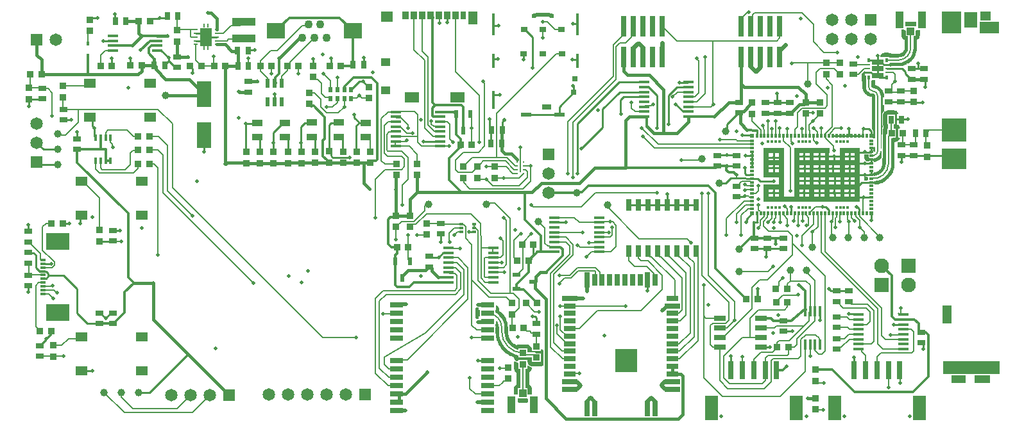
<source format=gtl>
G04*
G04 #@! TF.GenerationSoftware,Altium Limited,Altium Designer,21.6.4 (81)*
G04*
G04 Layer_Physical_Order=1*
G04 Layer_Color=255*
%FSLAX44Y44*%
%MOMM*%
G71*
G04*
G04 #@! TF.SameCoordinates,0A195E51-53B8-4AD9-BF6B-D2F5FD9C9AB7*
G04*
G04*
G04 #@! TF.FilePolarity,Positive*
G04*
G01*
G75*
%ADD11C,0.2000*%
%ADD12C,0.1500*%
%ADD13C,0.2540*%
%ADD14C,0.2500*%
%ADD16R,0.9500X0.9000*%
%ADD17R,0.6000X0.2400*%
%ADD18R,1.6500X2.4000*%
%ADD19R,0.2500X0.6000*%
%ADD20R,0.9000X0.9500*%
%ADD21C,0.2500*%
%ADD22R,0.3000X0.5400*%
%ADD23R,1.0500X0.6000*%
%ADD24R,0.5400X0.3000*%
%ADD25R,1.4750X0.4500*%
%ADD26R,0.5000X0.8000*%
%ADD27R,1.7810X0.8000*%
%ADD28R,1.7810X0.8000*%
%ADD29R,0.7500X1.6000*%
%ADD30R,0.7400X2.7950*%
%ADD31R,0.7800X0.9900*%
%ADD32R,0.9900X0.7800*%
%ADD33R,1.5500X0.7450*%
%ADD34R,1.5500X0.6700*%
%ADD35R,0.4250X0.5150*%
%ADD36R,0.4250X0.2750*%
%ADD37R,0.9000X0.7000*%
%ADD38R,0.7000X0.7000*%
%ADD39R,1.2000X0.6500*%
%ADD40R,0.4500X2.9000*%
%ADD41R,0.4500X1.9000*%
%ADD42R,0.7500X0.7000*%
%ADD43R,1.4000X0.5000*%
%ADD44R,0.4500X2.4000*%
%ADD45R,0.6000X0.6000*%
%ADD46R,0.8000X0.8000*%
%ADD47R,0.3000X0.3000*%
%ADD48R,0.5400X0.5400*%
%ADD49R,0.6000X1.0500*%
%ADD50R,3.0000X3.0300*%
%ADD51R,0.7000X2.0000*%
%ADD52R,2.0000X0.7000*%
%ADD53R,1.5000X0.7000*%
%ADD54R,0.7000X1.5000*%
%ADD55R,0.2540X0.2540*%
%ADD56R,1.0000X1.0500*%
%ADD57R,1.0500X2.2000*%
%ADD58R,1.5500X1.3500*%
%ADD59R,1.2000X1.0000*%
%ADD60R,1.9000X1.3500*%
%ADD61R,1.1700X1.8000*%
%ADD62R,0.7500X1.1000*%
%ADD63R,0.8500X1.1000*%
%ADD64R,1.5500X1.3000*%
%ADD65R,0.8000X0.3000*%
%ADD66R,3.0500X2.2000*%
%ADD67R,1.5250X0.6500*%
%ADD68R,3.2000X3.1000*%
%ADD69R,3.2000X2.7300*%
%ADD70R,7.5000X1.8000*%
%ADD71R,1.2000X2.4000*%
%ADD72R,2.5000X1.6500*%
%ADD73R,1.7000X2.1000*%
%ADD74R,2.5000X2.9000*%
%ADD75R,1.4000X1.2500*%
%ADD76R,1.9500X1.1000*%
%ADD77R,2.0000X1.1000*%
%ADD78R,2.4000X2.0000*%
%ADD79R,1.0000X0.6750*%
%ADD80R,1.8500X3.5000*%
%ADD81R,1.4000X0.9000*%
%ADD82R,0.4500X1.4250*%
%ADD83R,0.4200X0.5600*%
%ADD84R,3.0500X1.1400*%
%ADD85R,0.4700X0.3000*%
%ADD86R,0.3500X0.8500*%
%ADD87R,0.8000X2.4000*%
%ADD88R,1.8000X3.3000*%
%ADD89R,0.6000X1.2000*%
%ADD90R,1.4500X0.9500*%
%ADD173C,0.3000*%
%ADD174C,0.1900*%
%ADD175C,1.0000*%
%ADD176C,0.4000*%
%ADD177C,0.3500*%
%ADD178C,0.5000*%
%ADD179C,0.1650*%
%ADD180C,0.6000*%
%ADD181C,0.6350*%
%ADD182C,0.2400*%
%ADD183C,0.3600*%
%ADD184C,0.2032*%
%ADD185C,0.3360*%
%ADD186C,1.6500*%
%ADD187R,1.6500X1.6500*%
%ADD188R,1.6500X1.6500*%
%ADD189C,1.1000*%
%ADD190R,1.9500X1.9500*%
%ADD191C,1.9500*%
%ADD192C,0.5000*%
%ADD193C,0.4000*%
G36*
X1186671Y532809D02*
X1186790Y532760D01*
Y528166D01*
X1186080Y527190D01*
X1173580D01*
X1172870Y528166D01*
Y532760D01*
X1172989Y532809D01*
X1174830Y533052D01*
X1184830D01*
X1186671Y532809D01*
D02*
G37*
G36*
X1172870Y522400D02*
X1173580Y521424D01*
Y514190D01*
X1176261D01*
Y500273D01*
X1176261Y499141D01*
X1176264Y499019D01*
X1176214Y497784D01*
X1175892Y495341D01*
X1174637Y492313D01*
X1172642Y489712D01*
X1170041Y487716D01*
X1167012Y486462D01*
X1165435Y486254D01*
X1164165Y486278D01*
X1164132Y486264D01*
X1163961Y486089D01*
X1151535D01*
Y486345D01*
X1144785D01*
Y486125D01*
X1140014D01*
X1139356Y487395D01*
X1139876Y488651D01*
X1141007Y490124D01*
X1142479Y491254D01*
X1144195Y491964D01*
X1146035Y492207D01*
X1150285D01*
X1152126Y491964D01*
X1153841Y491254D01*
X1154545Y490714D01*
X1163755D01*
X1165299Y490866D01*
X1166776Y491315D01*
X1168138Y492042D01*
X1169332Y493022D01*
X1170311Y494216D01*
X1171039Y495577D01*
X1171487Y497055D01*
X1171651Y498714D01*
X1171627Y498855D01*
X1171647Y499059D01*
X1171636Y499141D01*
Y509131D01*
X1171274Y509281D01*
X1169801Y510411D01*
X1168671Y511884D01*
X1167961Y513600D01*
X1167718Y515440D01*
Y522400D01*
X1172870D01*
D02*
G37*
G36*
X1191942Y515440D02*
X1191699Y513600D01*
X1190989Y511884D01*
X1189859Y510411D01*
X1188386Y509281D01*
X1188024Y509131D01*
Y499141D01*
X1187985Y498843D01*
X1187977Y498592D01*
X1187999Y497895D01*
X1187670Y494547D01*
X1187511Y493867D01*
X1187398Y493180D01*
X1186421Y489960D01*
X1186133Y489325D01*
X1185888Y488672D01*
X1184302Y485706D01*
X1183896Y485139D01*
X1183527Y484547D01*
X1181393Y481946D01*
X1180884Y481469D01*
X1180407Y480960D01*
X1177807Y478826D01*
X1177215Y478458D01*
X1176648Y478052D01*
X1176032Y477723D01*
X1173610D01*
Y476439D01*
X1173028Y476220D01*
X1172393Y475933D01*
X1169174Y474956D01*
X1168486Y474842D01*
X1167807Y474684D01*
X1165355Y474442D01*
X1165151Y474388D01*
X1165150D01*
X1165150Y474388D01*
X1165114D01*
X1165112Y474387D01*
X1165112Y474387D01*
X1164732D01*
X1164453Y474342D01*
X1164441Y474343D01*
X1164415Y474339D01*
X1164353Y474346D01*
X1164226Y474329D01*
X1164213Y474330D01*
X1164184Y474326D01*
X1154545D01*
X1154095Y473981D01*
X1153295Y474229D01*
X1152825Y474609D01*
Y474820D01*
X1148160D01*
Y477360D01*
X1152825D01*
Y478952D01*
X1163050D01*
X1164186Y478950D01*
X1164202Y478937D01*
X1164202Y478918D01*
X1165413Y479082D01*
X1165414Y479082D01*
X1165343Y479074D01*
X1165413Y479082D01*
X1165421Y479083D01*
X1167600Y479297D01*
X1171290Y480417D01*
X1174691Y482235D01*
X1177672Y484681D01*
X1180119Y487662D01*
X1181937Y491063D01*
X1183056Y494754D01*
X1183434Y498592D01*
X1183386Y499078D01*
X1183399Y499141D01*
Y514190D01*
X1186080D01*
Y521424D01*
X1186790Y522400D01*
X1191942D01*
Y515440D01*
D02*
G37*
G36*
X1119735Y467529D02*
Y467360D01*
X1124400D01*
Y464820D01*
X1119735D01*
Y462175D01*
X1121025D01*
Y460633D01*
X1120832Y459660D01*
Y447490D01*
X1120852Y447388D01*
X1120806Y447040D01*
X1121102Y444795D01*
X1121968Y442703D01*
X1123346Y440906D01*
X1125143Y439528D01*
X1127235Y438661D01*
X1128529Y438491D01*
X1129030Y438391D01*
X1129080Y438401D01*
X1130588Y438101D01*
X1131909Y437219D01*
X1132791Y435898D01*
X1133065Y434520D01*
X1133030Y434340D01*
Y379335D01*
X1132019Y378710D01*
X1129657D01*
X1129342Y379980D01*
X1129885Y380343D01*
X1130442Y381176D01*
X1130638Y382160D01*
Y388312D01*
X1130442Y389295D01*
X1129885Y390129D01*
X1128404Y391609D01*
Y433798D01*
X1128189Y433827D01*
X1128102D01*
X1128102Y433827D01*
X1128101Y433827D01*
X1128101D01*
X1127655Y433946D01*
X1127551Y433953D01*
X1127442Y433975D01*
X1127189Y434008D01*
X1127111Y434041D01*
X1125713Y434319D01*
X1125271Y434469D01*
X1124814Y434560D01*
X1124396Y434766D01*
X1123955Y434916D01*
X1123567Y435175D01*
X1123149Y435381D01*
X1121131Y436729D01*
X1120781Y437037D01*
X1120393Y437295D01*
X1120086Y437646D01*
X1119735Y437953D01*
X1119476Y438341D01*
X1119169Y438691D01*
X1117821Y440709D01*
X1117615Y441127D01*
X1117356Y441515D01*
X1117206Y441956D01*
X1117000Y442374D01*
X1116909Y442831D01*
X1116759Y443273D01*
X1116286Y445653D01*
X1116255Y446118D01*
X1116164Y446575D01*
X1116195Y447040D01*
X1116164Y447505D01*
X1116206Y447715D01*
Y453412D01*
X1116116Y453529D01*
X1115406Y455245D01*
X1115163Y457085D01*
Y462235D01*
X1115406Y464076D01*
X1116057Y465647D01*
X1118465Y468055D01*
X1119735Y467529D01*
D02*
G37*
G36*
X1133200Y454775D02*
X1132684Y453529D01*
X1132594Y453412D01*
Y449686D01*
X1134002Y449308D01*
X1136099Y448440D01*
X1136099Y448440D01*
X1136916Y447968D01*
X1137706Y447512D01*
X1137707Y447512D01*
X1139507Y446130D01*
X1140820Y444817D01*
X1142202Y443017D01*
X1142202Y443016D01*
X1142658Y442225D01*
X1143130Y441409D01*
X1143130Y441409D01*
X1143998Y439312D01*
X1144420Y437738D01*
Y436190D01*
X1144654D01*
X1144767Y435327D01*
X1144783Y435268D01*
Y434802D01*
X1143812Y433780D01*
X1143130D01*
Y420900D01*
X1144792D01*
Y415125D01*
X1144744Y415041D01*
X1144732Y414949D01*
X1144666Y414883D01*
X1144629Y414794D01*
X1144356Y414584D01*
X1144264Y414426D01*
X1144106Y414334D01*
X1143050Y412957D01*
X1143002Y412781D01*
X1142873Y412652D01*
X1142209Y411048D01*
Y410866D01*
X1142117Y410707D01*
X1141891Y408987D01*
X1141915Y408896D01*
X1141879Y408810D01*
Y398910D01*
X1141915Y398824D01*
X1141891Y398733D01*
X1142117Y397013D01*
X1142209Y396855D01*
Y396672D01*
X1142870Y395075D01*
X1142876Y395069D01*
X1142876Y395060D01*
X1142940Y394912D01*
Y394679D01*
X1142943Y394671D01*
X1142940Y394663D01*
X1142943Y394430D01*
X1142379Y393068D01*
Y392886D01*
X1142287Y392727D01*
X1142061Y391007D01*
X1142085Y390916D01*
X1142049Y390830D01*
Y384699D01*
X1141921Y384388D01*
Y384206D01*
X1141829Y384047D01*
X1141784Y383703D01*
X1141694Y383368D01*
X1141718Y383187D01*
X1141648Y383018D01*
Y382671D01*
X1141603Y382327D01*
X1141627Y382236D01*
X1141591Y382150D01*
Y365896D01*
X1141437Y365747D01*
X1140167Y366285D01*
Y434079D01*
X1140219Y434340D01*
X1140246D01*
X1139864Y437243D01*
X1138743Y439948D01*
X1136961Y442271D01*
X1134638Y444053D01*
X1131933Y445174D01*
X1129300Y445520D01*
X1128399Y445894D01*
X1128327Y446067D01*
X1127942Y447176D01*
X1127969Y447490D01*
X1127969Y448414D01*
Y455509D01*
X1128048Y455562D01*
X1128371Y456045D01*
X1132535D01*
X1133200Y454775D01*
D02*
G37*
G36*
X1133030Y367130D02*
Y364324D01*
X1133030Y363172D01*
X1133000Y363140D01*
X1133013Y363039D01*
X1132829Y361872D01*
X1132794Y361698D01*
X1132375Y361071D01*
X1131829Y361022D01*
X1130638Y362099D01*
Y365960D01*
X1130500Y366654D01*
X1131252Y367843D01*
X1131920Y367973D01*
X1133030Y367130D01*
D02*
G37*
G36*
X1124118Y353210D02*
X1125014D01*
X1125695Y351943D01*
X1125499Y350960D01*
Y348224D01*
X1122000D01*
X1121813Y348301D01*
X1120340Y349431D01*
X1119210Y350904D01*
X1118499Y352619D01*
X1118257Y354460D01*
Y357460D01*
X1118343Y358111D01*
X1124118D01*
Y353210D01*
D02*
G37*
G36*
X1141591Y361631D02*
Y354071D01*
X1141527Y353917D01*
Y353823D01*
X1141470Y353749D01*
X1141427Y353588D01*
X1141022Y353060D01*
X1139709Y351747D01*
X1138090Y350505D01*
X1138090Y350504D01*
X1136482Y349576D01*
X1135404Y349130D01*
X1134324Y348301D01*
X1132609Y347591D01*
X1131908Y347498D01*
X1130638Y348612D01*
Y350960D01*
X1130559Y351354D01*
X1131246Y352609D01*
X1131360Y352704D01*
X1131440Y352736D01*
X1131725Y352824D01*
X1132528Y352930D01*
X1135021Y353963D01*
X1137163Y355606D01*
X1138806Y357747D01*
X1139838Y360241D01*
X1140082Y362091D01*
X1140321Y362269D01*
X1141591Y361631D01*
D02*
G37*
G36*
X1123960Y327445D02*
Y324476D01*
X1123024Y323529D01*
X1118379D01*
X1118257Y324460D01*
Y327460D01*
X1118379Y328391D01*
X1123023D01*
X1123960Y327445D01*
D02*
G37*
G36*
X1159521Y415679D02*
X1161236Y414969D01*
X1162709Y413839D01*
X1163644Y412620D01*
X1163330Y411605D01*
X1163160Y411350D01*
X1161340D01*
Y405130D01*
X1167780D01*
Y402590D01*
X1161340D01*
Y396370D01*
X1162966D01*
X1164055Y395877D01*
X1164781Y394943D01*
X1165209Y394386D01*
X1165638Y393350D01*
X1164850Y392080D01*
X1163800D01*
Y380080D01*
X1164850D01*
X1165638Y378810D01*
X1165209Y377774D01*
X1164079Y376301D01*
X1162757Y375287D01*
X1161733D01*
Y374809D01*
X1160891Y374461D01*
X1159050Y374218D01*
X1158760D01*
Y345434D01*
X1158748Y345341D01*
X1158752Y345308D01*
X1158706Y344996D01*
X1158715Y344719D01*
X1158699Y344560D01*
Y344506D01*
X1158699Y344504D01*
Y344501D01*
X1158690Y344471D01*
X1158348Y340992D01*
X1158189Y340312D01*
X1158076Y339624D01*
X1156878Y335677D01*
X1156590Y335042D01*
X1156345Y334389D01*
X1154400Y330751D01*
X1153994Y330185D01*
X1153626Y329592D01*
X1151009Y326404D01*
X1150500Y325927D01*
X1150023Y325418D01*
X1146835Y322801D01*
X1146243Y322433D01*
X1145676Y322027D01*
X1142038Y320082D01*
X1141385Y319837D01*
X1140750Y319549D01*
X1136803Y318351D01*
X1136115Y318238D01*
X1135435Y318079D01*
X1133288Y317868D01*
X1133275Y317867D01*
X1132019Y318659D01*
Y318710D01*
X1131123D01*
X1130442Y319977D01*
X1130638Y320960D01*
X1130627Y321012D01*
X1130627Y321017D01*
X1131592Y322335D01*
X1135228Y322693D01*
X1139647Y324033D01*
X1143719Y326210D01*
X1147288Y329139D01*
X1150217Y332708D01*
X1152394Y336780D01*
X1153734Y341199D01*
X1154028Y344184D01*
X1154145Y345371D01*
X1154138Y346629D01*
X1154138Y346653D01*
Y378631D01*
X1154279Y378747D01*
X1155078Y378906D01*
X1155338Y378940D01*
X1155386Y378967D01*
X1155547Y378999D01*
X1156196Y379433D01*
X1156459Y379584D01*
X1156498Y379635D01*
X1156622Y379718D01*
X1156864Y380080D01*
X1160300D01*
Y392080D01*
X1157298D01*
Y397660D01*
X1158930D01*
Y410060D01*
X1148630D01*
Y397660D01*
X1150262D01*
Y392080D01*
X1148800D01*
Y385083D01*
X1148133Y384637D01*
X1147370Y383496D01*
X1147102Y382150D01*
Y345503D01*
X1147096Y345497D01*
X1147096D01*
X1147096Y345497D01*
X1146809Y342576D01*
X1145870Y339482D01*
X1144346Y336631D01*
X1142295Y334132D01*
X1139796Y332081D01*
X1136945Y330557D01*
X1133851Y329618D01*
X1131522Y329389D01*
X1131402Y329454D01*
X1130564Y330565D01*
X1130563Y330584D01*
X1130638Y330960D01*
Y333308D01*
X1131908Y334422D01*
X1132609Y334329D01*
X1132983Y334174D01*
X1135171Y334838D01*
X1137222Y335934D01*
X1139018Y337408D01*
X1140493Y339206D01*
X1141589Y341256D01*
X1142264Y343480D01*
X1142480Y345676D01*
Y352738D01*
X1142664Y352978D01*
X1142777Y353399D01*
X1142944Y353802D01*
Y363137D01*
X1142759Y363585D01*
X1142607Y364013D01*
X1142654Y364127D01*
X1142849Y364327D01*
X1142845Y364586D01*
X1142944Y364826D01*
Y382150D01*
X1142989Y382494D01*
X1142965Y382584D01*
X1143001Y382671D01*
Y383018D01*
X1143001Y383018D01*
X1143091Y383353D01*
X1143079Y383446D01*
X1143125Y383527D01*
X1143171Y383871D01*
X1143299Y384181D01*
Y384451D01*
X1143402Y384699D01*
Y390830D01*
X1143629Y392551D01*
X1144293Y394154D01*
Y394163D01*
X1144299Y394169D01*
X1144293Y394679D01*
Y395189D01*
X1144287Y395196D01*
X1144287Y395205D01*
X1144120Y395593D01*
X1143459Y397189D01*
X1143232Y398910D01*
Y408810D01*
X1143459Y410531D01*
X1144123Y412134D01*
X1145179Y413511D01*
X1145616Y413845D01*
X1145663Y413926D01*
X1145749Y413962D01*
X1145916Y414365D01*
X1146134Y414742D01*
X1146116Y414809D01*
X1146324Y414969D01*
X1148039Y415679D01*
X1149880Y415922D01*
X1157680D01*
X1159521Y415679D01*
D02*
G37*
G36*
X608700Y155415D02*
X609747D01*
Y152405D01*
X611037D01*
Y143485D01*
X609747D01*
Y140112D01*
X608608D01*
X607145Y139821D01*
X606041Y140600D01*
X605418Y142104D01*
X605176Y143945D01*
Y151945D01*
X605418Y153785D01*
X605940Y155045D01*
X607237Y155706D01*
X608700Y155415D01*
D02*
G37*
G36*
X635126Y156974D02*
X636256Y155501D01*
X636967Y153785D01*
X637209Y151945D01*
Y150692D01*
X639961Y148433D01*
X640437Y147924D01*
X640947Y147448D01*
X643380Y144483D01*
X643748Y143891D01*
X644154Y143324D01*
X645962Y139941D01*
X646208Y139289D01*
X646496Y138653D01*
X647609Y134983D01*
X647722Y134295D01*
X647881Y133616D01*
X648185Y130523D01*
X648214Y130416D01*
Y130416D01*
X648214Y130415D01*
Y130230D01*
X648217Y130206D01*
X648214Y130134D01*
Y129983D01*
X648264Y129654D01*
X648259Y129602D01*
X648274Y129486D01*
Y124460D01*
X648263Y124376D01*
X648276Y124259D01*
X648246Y124068D01*
X648256Y123876D01*
X648247Y123765D01*
X648499Y120563D01*
X649249Y117440D01*
X650478Y114473D01*
X652156Y111734D01*
X654242Y109292D01*
X656684Y107206D01*
X659396Y105545D01*
X659714Y105789D01*
X661429Y106499D01*
X663270Y106742D01*
X672770D01*
X674611Y106499D01*
X676326Y105789D01*
X677799Y104659D01*
X678929Y103186D01*
X679639Y101471D01*
X679714Y100904D01*
X680063D01*
Y98270D01*
X692063D01*
Y99320D01*
X693333Y100108D01*
X694369Y99679D01*
X695186Y99051D01*
Y78989D01*
X694369Y78361D01*
X692653Y77651D01*
X690813Y77408D01*
X681313D01*
X679472Y77651D01*
X677757Y78361D01*
X676284Y79491D01*
X675154Y80964D01*
X674522Y82490D01*
X674306Y83721D01*
D01*
X674020Y84945D01*
Y85880D01*
X662020D01*
Y84830D01*
X660750Y84042D01*
X659714Y84471D01*
X658241Y85601D01*
X657111Y87074D01*
X656401Y88789D01*
X656360Y89099D01*
X652494Y90701D01*
X652010Y90980D01*
X651500Y91207D01*
X647521Y93645D01*
X647087Y93997D01*
X646618Y94301D01*
X643071Y97331D01*
X642697Y97747D01*
X642281Y98120D01*
X639251Y101669D01*
X638947Y102137D01*
X638595Y102571D01*
X636157Y106550D01*
X635930Y107060D01*
X635651Y107544D01*
X633865Y111855D01*
X633720Y112395D01*
X633520Y112916D01*
X632431Y117453D01*
X632373Y118009D01*
X632256Y118555D01*
X631890Y123207D01*
X631919Y123765D01*
X631890Y124323D01*
X631895Y124389D01*
X631886Y124460D01*
Y129205D01*
X631853Y129539D01*
X632637Y130405D01*
X632637D01*
Y137184D01*
X633833Y137612D01*
X634016Y137388D01*
X635395Y134810D01*
X636243Y132012D01*
X636499Y129412D01*
X636499Y129412D01*
X636499D01*
X636511Y129401D01*
Y124460D01*
X636522Y124404D01*
X636472Y123765D01*
X636869Y118721D01*
X638050Y113801D01*
X639986Y109127D01*
X642630Y104813D01*
X645916Y100966D01*
X649763Y97680D01*
X654077Y95036D01*
X658751Y93100D01*
X662020Y92316D01*
Y89380D01*
X669241D01*
X670440Y89141D01*
X680063D01*
Y83270D01*
X692063D01*
Y94770D01*
X685206D01*
X684896Y95233D01*
X683738Y96007D01*
X682373Y96279D01*
X674020D01*
Y100880D01*
X662020D01*
Y100720D01*
X661000Y99963D01*
X659095Y100541D01*
X654749Y102864D01*
X650940Y105990D01*
X647814Y109799D01*
X645491Y114145D01*
X644061Y118861D01*
X643642Y123115D01*
X643637Y124374D01*
X643649Y124460D01*
X643649Y125638D01*
Y128301D01*
X643649Y129481D01*
X643650Y129487D01*
X643646Y129561D01*
X643646D01*
X643267Y133409D01*
X642011Y137550D01*
X639971Y141367D01*
X637225Y144712D01*
X633880Y147458D01*
X631347Y148812D01*
Y152405D01*
X632637D01*
Y157425D01*
X632892Y157595D01*
X633907Y157909D01*
X635126Y156974D01*
D02*
G37*
G36*
X675369Y78576D02*
X675460Y78418D01*
X676933Y77288D01*
X677110Y77240D01*
X677239Y77111D01*
X678954Y76401D01*
X678972D01*
X679855Y75428D01*
X679639Y73789D01*
X678929Y72074D01*
X677799Y70601D01*
X676326Y69471D01*
X676214Y69425D01*
Y53479D01*
X676576Y53329D01*
X678049Y52199D01*
X679179Y50726D01*
X679889Y49011D01*
X680132Y47170D01*
Y40210D01*
X674980D01*
X674270Y41186D01*
Y48420D01*
X671589D01*
Y74380D01*
X674020D01*
Y78133D01*
X674859Y78510D01*
X675290Y78622D01*
X675369Y78576D01*
D02*
G37*
G36*
X657418Y84528D02*
X658891Y83398D01*
X659067Y83350D01*
X659196Y83221D01*
X660232Y82792D01*
X660347D01*
X660441Y82725D01*
X660750Y82775D01*
X661331Y82711D01*
X662020Y81834D01*
Y74380D01*
X664451D01*
Y48420D01*
X661770D01*
Y41186D01*
X661060Y40210D01*
X655908D01*
Y47170D01*
X656151Y49011D01*
X656861Y50726D01*
X657991Y52199D01*
X659464Y53329D01*
X659826Y53479D01*
Y69425D01*
X659714Y69471D01*
X658241Y70601D01*
X657111Y72074D01*
X656401Y73789D01*
X656158Y75630D01*
Y83634D01*
X657210Y84535D01*
X657418Y84528D01*
D02*
G37*
G36*
X674270Y35420D02*
X674980Y34444D01*
Y29850D01*
X674861Y29801D01*
X673020Y29558D01*
X663020D01*
X661179Y29801D01*
X661060Y29850D01*
Y34444D01*
X661770Y35420D01*
X674270D01*
D02*
G37*
D11*
X640081Y129487D02*
G03*
X622264Y147561I-18466J-385D01*
G01*
X640080Y124460D02*
G03*
X668020Y95130I28635J-695D01*
G01*
X1164221Y482521D02*
G03*
X1179830Y499141I-459J16071D01*
G01*
X1164184Y482520D02*
G03*
X1164221Y482521I-10J2000D01*
G01*
X1136598Y363172D02*
G03*
X1136599Y363142I2000J18D01*
G01*
X1131005Y356265D02*
G03*
X1136599Y363142I-1153J6651D01*
G01*
X1136650Y434340D02*
G03*
X1129030Y441960I-7620J0D01*
G01*
X1124400Y447490D02*
G03*
X1129030Y441960I5080J-450D01*
G01*
X697230Y240030D02*
X700800Y236460D01*
X697230Y240030D02*
Y260350D01*
X688340Y269240D02*
X697230Y260350D01*
X700800Y236460D02*
X703385D01*
X703580Y236265D01*
X640080Y124460D02*
Y129486D01*
X961882Y318080D02*
X964002Y315960D01*
X970669D01*
X961070Y318080D02*
X961882D01*
X966099Y302631D02*
X967270Y301460D01*
X961720Y302631D02*
X966099D01*
X961146Y303205D02*
X961720Y302631D01*
X970169Y301460D02*
X970669Y300960D01*
X967270Y301460D02*
X970169D01*
X1016841Y382699D02*
Y392071D01*
X1016814Y382672D02*
X1016841Y382699D01*
X1016814Y392098D02*
X1016841Y392071D01*
X1036809Y382244D02*
X1036881Y382172D01*
X1036809Y382244D02*
Y391774D01*
X1036750Y391833D02*
X1036809Y391774D01*
X1061578Y392164D02*
X1061723Y392019D01*
Y382305D02*
X1061790Y382238D01*
X1061723Y382305D02*
Y392019D01*
X1117085Y382994D02*
Y391837D01*
Y382994D02*
X1117141Y382938D01*
X1117085Y391837D02*
X1117302Y392054D01*
X1101869Y273637D02*
Y279760D01*
Y273637D02*
X1106162Y269343D01*
X1112368Y275275D02*
X1139073Y248570D01*
Y247801D02*
Y248570D01*
X1112368Y275275D02*
Y279260D01*
X1111869Y279760D02*
X1112368Y279260D01*
X1118870Y248254D02*
Y255270D01*
X1118351Y247735D02*
X1118870Y248254D01*
X1112520Y261620D02*
X1118870Y255270D01*
X1097976Y268666D02*
X1098550Y269240D01*
X1097976Y248346D02*
Y268666D01*
X1097280Y247650D02*
X1097976Y248346D01*
X1098550Y269240D02*
Y270052D01*
X703580Y234950D02*
Y236265D01*
X1112520Y261620D02*
Y270528D01*
X1107368Y275679D02*
Y279260D01*
X1106869Y279760D02*
X1107368Y279260D01*
Y275679D02*
X1112520Y270528D01*
X1041400Y203200D02*
X1053540Y191060D01*
Y150390D02*
Y191060D01*
X1021080Y190500D02*
Y204470D01*
X579145Y337795D02*
Y350545D01*
Y337795D02*
X582930Y334010D01*
X579145Y350545D02*
X589159Y360559D01*
X582930Y334010D02*
X601080D01*
X609479Y360559D02*
X617354Y368434D01*
X589159Y360559D02*
X609479D01*
X615950Y453848D02*
X617354Y452444D01*
Y368434D02*
Y452444D01*
X615950Y453848D02*
Y454660D01*
X601276Y353506D02*
X633392D01*
Y412310D01*
X711962Y490880D01*
X633392Y353506D02*
X647254D01*
X593030Y345260D02*
X601276Y353506D01*
X647396Y353364D02*
X657940Y342820D01*
X612330Y345510D02*
X615769Y348949D01*
X645461D01*
X656590Y337820D01*
X589530Y341510D02*
X593030Y345010D01*
X589280Y341510D02*
X589530D01*
X593030Y345010D02*
Y345260D01*
X999920Y99120D02*
X1003420Y102620D01*
X982345Y96520D02*
X997070D01*
X999670Y99120D01*
X999920D01*
X1003420Y102620D02*
Y109220D01*
X1016939Y91988D02*
X1018420Y93469D01*
X987820Y88660D02*
X991148Y91988D01*
X1016939D01*
X972820Y86995D02*
X982345Y96520D01*
X957580Y115570D02*
X967740D01*
X933450Y91440D02*
X957580Y115570D01*
X933450Y61976D02*
Y91440D01*
Y61976D02*
X940816Y54610D01*
X983756D02*
X987820Y58674D01*
X940816Y54610D02*
X983756D01*
X657940Y342820D02*
X660452D01*
X656590Y337820D02*
X660452D01*
X646310Y341510D02*
X655000Y332820D01*
X660452D01*
X631190Y341510D02*
X646310D01*
X1179830Y499141D02*
Y520690D01*
X1148160Y482520D02*
X1164184D01*
X1124400Y459210D02*
X1125525Y458085D01*
X1136598Y363172D02*
Y434340D01*
Y363172D02*
Y363172D01*
X1130931Y356258D02*
X1131005Y356265D01*
X1128068Y355960D02*
X1130931Y356258D01*
X1124400Y447490D02*
Y459210D01*
Y459660D01*
X1086620Y279512D02*
X1086869Y279760D01*
X1086620Y269573D02*
Y279512D01*
X1086372Y269325D02*
X1086620Y269573D01*
X1096869Y271733D02*
X1098550Y270052D01*
X1096869Y278693D02*
X1097368Y279193D01*
X1096869Y271733D02*
Y278693D01*
X609720Y325120D02*
X618813D01*
X608330Y326510D02*
X609720Y325120D01*
X619760D02*
X628650Y316230D01*
X598170Y312420D02*
X668099D01*
X678180Y322501D01*
X589951Y320639D02*
X598170Y312420D01*
X601080Y334010D02*
X604330Y337260D01*
X669192Y342860D02*
X678140D01*
X678180Y322501D02*
Y342900D01*
X1019810Y111760D02*
X1038910Y130860D01*
X1002958D02*
X1038910D01*
X1045929Y137879D01*
X1000368Y128270D02*
X1002958Y130860D01*
X1029970Y106680D02*
Y114300D01*
X1053540Y137870D01*
Y150390D01*
X1045929Y137879D02*
Y149279D01*
X1005960Y111760D02*
X1019810D01*
X1003420Y109220D02*
X1005960Y111760D01*
X967740Y115570D02*
Y140974D01*
Y115570D02*
X982160D01*
X967740Y140974D02*
X978885Y152119D01*
X1006150Y166297D02*
X1011186Y171334D01*
X1030428Y172720D02*
X1031240D01*
X1029042Y171334D02*
X1030428Y172720D01*
X1011186Y171334D02*
X1029042D01*
X668020Y41920D02*
Y80130D01*
X670440Y92710D02*
X682373D01*
X677156Y124270D02*
X679479Y121947D01*
X683853D01*
X672920Y124270D02*
X677156D01*
X685800Y104283D02*
Y120000D01*
X674370Y327660D02*
Y335280D01*
X671830Y337820D02*
X674370Y335280D01*
X662940Y316230D02*
X674370Y327660D01*
X669152Y337820D02*
X671830D01*
X628650Y316230D02*
X662940D01*
X1117234Y280126D02*
Y300624D01*
X1117570Y300960D01*
X997033Y382324D02*
Y391947D01*
X1116869Y279760D02*
X1117234Y280126D01*
X1005780Y189170D02*
X1010920Y194310D01*
X1021080Y190500D02*
X1041400D01*
X1047040Y150390D02*
Y184860D01*
X1041400Y190500D02*
X1047040Y184860D01*
X1017041Y180351D02*
Y186461D01*
X1021080Y190500D01*
X664736Y345386D02*
Y366644D01*
Y345386D02*
X664802Y345320D01*
X664670Y366711D02*
X664736Y366644D01*
X664802Y335320D02*
Y345320D01*
X700206Y532964D02*
X710590Y522580D01*
X694690Y532964D02*
X700206D01*
X711962Y490880D02*
X719730D01*
X710590Y522580D02*
X718730D01*
X978885Y152119D02*
X1013179D01*
X982160Y128270D02*
X1000368D01*
X619760Y341630D02*
X631070D01*
X589951Y320639D02*
Y325839D01*
X1018420Y93469D02*
Y102870D01*
X987820Y72640D02*
Y88660D01*
X1026160Y102870D02*
X1029970Y106680D01*
X1018420Y102870D02*
X1026160D01*
X987820Y58674D02*
Y72640D01*
X1017150Y156090D02*
Y162297D01*
X1013179Y152119D02*
X1017150Y156090D01*
X1005780Y184090D02*
Y189170D01*
X972820Y72640D02*
Y86995D01*
X660452Y347820D02*
Y350976D01*
D12*
X1013460Y288870D02*
X1016869Y285461D01*
Y279760D02*
Y285461D01*
X236220Y482200D02*
X243633Y474787D01*
X236220Y482200D02*
Y503080D01*
X212090Y522192D02*
X212092Y522636D01*
X264142Y518080D02*
X272970D01*
X295115Y528303D02*
X299720Y532909D01*
X283193Y528303D02*
X295115D01*
X272970Y518080D02*
X283193Y528303D01*
X212092Y522636D02*
Y530380D01*
X264142Y508080D02*
X277458D01*
X279908Y510530D02*
X298941D01*
X277458Y508080D02*
X279908Y510530D01*
X229909Y523080D02*
X236141D01*
X230788Y513080D02*
X236141D01*
X229909Y513959D02*
X230788Y513080D01*
X229909Y513959D02*
Y523080D01*
X212092Y522636D02*
X212094Y523080D01*
X229909D01*
X298941Y510530D02*
X299720Y511308D01*
X212120Y540400D02*
X212740Y541020D01*
X212120Y530352D02*
Y540400D01*
X212092Y530380D02*
X212120Y530352D01*
X668081Y206274D02*
Y241361D01*
X951190Y375960D02*
X970668D01*
X949960Y377190D02*
X951190Y375960D01*
X928370Y377190D02*
X949960D01*
X764037Y306837D02*
X845201D01*
X745490Y288290D02*
X764037Y306837D01*
X681990Y288290D02*
X745490D01*
X679450Y290830D02*
X681990Y288290D01*
X779780Y288530D02*
Y290830D01*
Y288530D02*
X782137Y286173D01*
Y285933D02*
Y286173D01*
Y285933D02*
X821690Y246380D01*
X884618D01*
X889698Y241300D01*
X668081Y241361D02*
X679450Y252730D01*
X783232Y268651D02*
X786719D01*
X782643Y269240D02*
X783232Y268651D01*
X656440Y221825D02*
Y244338D01*
X660640Y217375D02*
Y217625D01*
X656440Y221825D02*
X660640Y217625D01*
X660640Y198833D02*
X668081Y206274D01*
X664831Y252730D02*
X665480D01*
X656440Y244338D02*
X664831Y252730D01*
X1051868Y376208D02*
Y382160D01*
X1055388Y372688D02*
X1056127D01*
X1051868Y376208D02*
X1055388Y372688D01*
X877189Y350520D02*
X902970D01*
X751840Y222068D02*
X758482Y228710D01*
X768520D02*
X784335D01*
X791210Y235585D01*
Y264160D01*
X786719Y268651D02*
X791210Y264160D01*
X768520Y267710D02*
X770020Y269210D01*
X775994D01*
X776024Y269240D01*
X782643D01*
X709760Y274210D02*
X735838D01*
X742338Y267710D01*
X768520D01*
X758482Y228710D02*
X768520D01*
X487680Y172720D02*
X579120D01*
X586042Y179642D01*
X478790Y163830D02*
X487680Y172720D01*
X481330Y349765D02*
Y405130D01*
X490225Y414025D02*
X500108D01*
X481330Y405130D02*
X490225Y414025D01*
X485140Y395650D02*
X490515Y401025D01*
X500108D01*
X485140Y359841D02*
Y395650D01*
Y359841D02*
X489381Y355600D01*
X481330Y349765D02*
X485775Y345320D01*
X524320Y496042D02*
X538480Y481882D01*
Y392955D02*
X549910Y381525D01*
X538480Y392955D02*
Y481882D01*
X34290Y231140D02*
Y261900D01*
Y231140D02*
X47570Y217860D01*
X47584D02*
X50220Y215224D01*
Y211496D02*
Y215224D01*
X47570Y217860D02*
X47584D01*
X34290Y261900D02*
X39090Y266700D01*
X473710Y68580D02*
Y167640D01*
X483870Y177800D01*
X473710Y68580D02*
X490345Y51945D01*
X478790Y74930D02*
Y163830D01*
Y74930D02*
X490886Y62834D01*
X490345Y51945D02*
X504678D01*
X504566Y62834D02*
X504678Y62945D01*
X490886Y62834D02*
X504566D01*
X485140Y80010D02*
Y89928D01*
Y80010D02*
X490886Y74264D01*
X539751Y121921D02*
X590550Y172720D01*
X485140Y89928D02*
X485717Y90506D01*
X539751Y121921D01*
X504359Y74264D02*
X504678Y73945D01*
X490886Y74264D02*
X504359D01*
X605456Y40974D02*
X617648D01*
X617677Y40945D01*
X504053Y147320D02*
X504678Y147945D01*
X483870Y147320D02*
X504053D01*
X647598Y74930D02*
X648970Y76302D01*
X637540Y74930D02*
X647598D01*
X617677Y114945D02*
X618302Y115570D01*
X600710D02*
X617052D01*
X504678Y84945D02*
X506102Y86369D01*
X515629D01*
X617677Y51945D02*
X637045D01*
X642849Y57749D02*
X645416D01*
X648970Y61302D01*
X641008Y55908D02*
X642849Y57749D01*
X641008Y55908D02*
Y55908D01*
X637045Y51945D02*
X641008Y55908D01*
X570060Y221238D02*
X582422D01*
X595630Y208030D01*
Y166370D02*
Y208030D01*
X515629Y86369D02*
X595630Y166370D01*
X570060Y201737D02*
X571560Y200238D01*
X578273D01*
X581030Y197480D01*
Y180766D02*
Y197480D01*
X578064Y177800D02*
X581030Y180766D01*
X483870Y177800D02*
X578064D01*
X570060Y208237D02*
X579033D01*
X586042Y201228D01*
Y179642D02*
Y201228D01*
X618177Y125945D02*
X621427Y129195D01*
X600710Y132080D02*
Y191721D01*
Y132080D02*
X606845Y125945D01*
X617677D01*
X618177D01*
X570060Y214738D02*
X581298D01*
X590550Y205486D01*
Y172720D02*
Y205486D01*
X598170Y48260D02*
Y62230D01*
Y48260D02*
X605456Y40974D01*
X646310Y168910D02*
X654050Y161170D01*
X600860Y191397D02*
X623347Y168910D01*
X646310D01*
X991870Y203200D02*
X998220Y209550D01*
X953770Y203200D02*
X991870D01*
X990600Y191770D02*
X1023620Y224790D01*
X980440Y191770D02*
X990600D01*
X1023620Y224790D02*
Y240030D01*
X1041868Y411251D02*
X1043299Y412682D01*
X961102Y310760D02*
X961202Y310860D01*
X970568D02*
X970669Y310960D01*
X961202Y310860D02*
X970568D01*
X986869Y382160D02*
Y390411D01*
X984861Y395911D02*
X985530Y395241D01*
Y391749D02*
X986869Y390411D01*
X985530Y391749D02*
Y395241D01*
X991351Y401964D02*
X991610Y401706D01*
Y382418D02*
X991869Y382160D01*
X991610Y382418D02*
Y401706D01*
X1001483Y402021D02*
X1001676Y401829D01*
Y382352D02*
Y401829D01*
Y382352D02*
X1001869Y382160D01*
X1006745Y382283D02*
Y392141D01*
Y382283D02*
X1006869Y382160D01*
X1006622Y392264D02*
X1006745Y392141D01*
X1056450Y407850D02*
X1060200Y411600D01*
X1056450Y407600D02*
Y407850D01*
X1051095Y402244D02*
X1056450Y407600D01*
X1060200Y411600D02*
X1060450D01*
X1051095Y401985D02*
Y402244D01*
X1045929Y389765D02*
Y396820D01*
X1051095Y401985D01*
X1079845Y392164D02*
X1088446D01*
X1073369Y385688D02*
X1079845Y392164D01*
X1073369Y384860D02*
Y385688D01*
X1071868Y383360D02*
X1073369Y384860D01*
X936836Y251349D02*
Y272880D01*
X959916Y295960D01*
X949960Y268025D02*
X950016Y267969D01*
X949960Y268025D02*
Y279400D01*
X961520Y290960D01*
X807720Y217170D02*
Y229850D01*
X883920D02*
X886920Y226850D01*
X896620Y229850D02*
X899154Y227316D01*
X874680Y222600D02*
X888765Y208515D01*
X874230Y107480D02*
X888765Y122015D01*
Y208515D01*
X865177Y137480D02*
X875350D01*
X874049Y147609D02*
X878487Y152047D01*
X865177Y147480D02*
X865306Y147609D01*
X837894Y222600D02*
X868680Y191813D01*
X865177Y167480D02*
X865930D01*
X868680Y170230D01*
Y191813D01*
X824230Y151130D02*
X852170Y179070D01*
X730177Y127480D02*
X742950D01*
X760399Y144929D01*
X766600Y151130D01*
X824230D01*
X874220Y222600D02*
X874680D01*
X871220Y225600D02*
X874220Y222600D01*
X871220Y225600D02*
Y229850D01*
X875350Y137480D02*
X883396Y145526D01*
Y201184D01*
X861980Y222600D02*
X883396Y201184D01*
X861520Y222600D02*
X861980D01*
X858520Y225600D02*
X861520Y222600D01*
X858520Y225600D02*
Y229850D01*
X865306Y147609D02*
X874049D01*
X878487Y152047D02*
Y194048D01*
X849936Y222600D02*
X878487Y194048D01*
X848820Y222600D02*
X849936D01*
X845820Y225600D02*
X848820Y222600D01*
X845820Y225600D02*
Y229850D01*
X852170Y179070D02*
Y198120D01*
X833120Y217170D02*
X852170Y198120D01*
X823595Y217170D02*
X833120D01*
X820420Y220345D02*
X823595Y217170D01*
X820420Y220345D02*
Y229850D01*
X836120Y222600D02*
X837894D01*
X833120Y225600D02*
X836120Y222600D01*
X833120Y225600D02*
Y229850D01*
X865177Y107480D02*
X874230D01*
X899154Y111754D02*
Y227316D01*
X874880Y87480D02*
X899154Y111754D01*
X865177Y87480D02*
X874880D01*
X886920Y221790D02*
Y226850D01*
Y221790D02*
X894051Y214660D01*
Y116811D02*
Y214660D01*
X874720Y97480D02*
X894051Y116811D01*
X865177Y97480D02*
X874720D01*
X807720Y217170D02*
X815340Y209550D01*
X831850D01*
X840849Y200551D01*
Y193509D02*
Y200551D01*
Y193509D02*
X842678Y191680D01*
X981710Y263996D02*
Y270510D01*
X979212Y260551D02*
Y261498D01*
X981710Y263996D01*
X1025595Y269686D02*
X1026232Y270323D01*
Y279123D01*
X1026869Y279760D01*
X1017270Y263852D02*
Y272330D01*
X1017253Y263834D02*
X1017270Y263852D01*
X1036869Y279760D02*
X1037005Y279624D01*
Y270138D02*
Y279624D01*
Y270138D02*
X1037141Y270002D01*
X1031777Y263926D02*
Y279668D01*
X1031684Y263834D02*
X1031777Y263926D01*
Y279668D02*
X1031868Y279760D01*
X1043940Y478790D02*
X1068403D01*
X1023366D02*
X1043940D01*
Y451027D02*
Y478790D01*
X1022858Y478282D02*
X1023366Y478790D01*
X64414Y383184D02*
X81280Y400050D01*
X56236Y383184D02*
X64414D01*
X54610Y384810D02*
X56236Y383184D01*
X81280Y400050D02*
Y416560D01*
Y417210D02*
X186802D01*
X1075497Y249298D02*
Y269046D01*
Y249298D02*
X1077059Y247735D01*
X1050290Y234950D02*
Y255270D01*
X232410Y16510D02*
X255270Y39370D01*
X142240Y16510D02*
X232410D01*
X115570Y43180D02*
X142240Y16510D01*
X212090Y21590D02*
X229870Y39370D01*
X153670Y21590D02*
X212090D01*
X138430Y36830D02*
X153670Y21590D01*
X138430Y36830D02*
Y43180D01*
X1066800Y97790D02*
Y196850D01*
X1023620Y240030D02*
Y250190D01*
Y240030D02*
X1066800Y196850D01*
X787400Y502920D02*
X798315Y513835D01*
X787400Y461010D02*
Y502920D01*
X727710Y401320D02*
X787400Y461010D01*
X791210Y500380D02*
X796290Y505460D01*
X791210Y457200D02*
Y500380D01*
X734060Y400050D02*
X791210Y457200D01*
X956310Y277324D02*
X964946Y285960D01*
X956310Y251460D02*
Y277324D01*
X500380Y261740D02*
X507880Y269240D01*
X524510D01*
X538480Y283210D01*
Y289560D01*
X541020Y292100D01*
X621030Y293370D02*
X631190D01*
X619760Y292100D02*
X621030Y293370D01*
X651510Y173990D02*
Y273050D01*
X631190Y293370D02*
X651510Y273050D01*
Y173990D02*
X655320D01*
X625686D02*
X651510D01*
X642620Y274320D02*
X646430Y270510D01*
Y212248D02*
Y270510D01*
X642419Y208237D02*
X646430Y212248D01*
X93292Y448190D02*
X96862Y451760D01*
X60960Y448190D02*
X93292D01*
X1007024Y526984D02*
X1007110Y527070D01*
X1007024Y511724D02*
Y526984D01*
X969010Y527070D02*
X971599Y529659D01*
X956310Y527070D02*
Y537345D01*
X965800Y545430D02*
X966470Y546100D01*
X964395Y545430D02*
X965800D01*
X956310Y537345D02*
X964395Y545430D01*
X1065530Y492760D02*
X1083310D01*
X1051560Y506730D02*
X1065530Y492760D01*
X1051560Y506730D02*
Y529590D01*
X1036320Y544830D02*
X1051560Y529590D01*
X974090Y544830D02*
X1036320D01*
X971599Y542339D02*
X974090Y544830D01*
X971599Y529659D02*
Y542339D01*
X1003300Y508000D02*
X1007024Y511724D01*
X918972Y508000D02*
X1003300D01*
X600710Y191871D02*
Y238372D01*
X592542Y246540D02*
Y262148D01*
Y246540D02*
X600710Y238372D01*
X709760Y248210D02*
X724610D01*
X734060Y238760D01*
Y224790D02*
Y238760D01*
X708660Y199390D02*
X734060Y224790D01*
X608747Y190928D02*
Y257262D01*
X606409Y259600D02*
X608747Y257262D01*
Y190928D02*
X625686Y173990D01*
X570821Y242258D02*
X571491Y241588D01*
X570518Y244217D02*
X570821Y243913D01*
X577240Y260350D02*
X587280D01*
X570518Y253628D02*
X577240Y260350D01*
X570821Y242258D02*
Y243913D01*
X570518Y244217D02*
Y253628D01*
X526900Y265240D02*
X541060Y279400D01*
X519430Y261740D02*
X522930Y265240D01*
X526900D01*
X541060Y279400D02*
X599389D01*
X1041400Y119380D02*
X1054100D01*
X1058906Y107284D02*
Y114573D01*
X1035050Y113030D02*
X1041400Y119380D01*
X1058906Y107284D02*
X1060040Y106150D01*
X1054100Y119380D02*
X1058906Y114573D01*
X927920Y58870D02*
Y102870D01*
Y58870D02*
X938530Y48260D01*
X918591Y102870D02*
X927920D01*
X938530Y48260D02*
X986536D01*
X995680Y57404D01*
X1126490Y137160D02*
Y149860D01*
X1111080Y132940D02*
X1122270D01*
X1126490Y137160D01*
X1095360Y142890D02*
X1098810Y139440D01*
X1082040Y142890D02*
X1095360D01*
X1098810Y139440D02*
X1111080D01*
X1088390Y102870D02*
X1098960Y113440D01*
X1111080D01*
X1084610Y102870D02*
X1088390D01*
X1082040Y100300D02*
X1084610Y102870D01*
X1092200Y114300D02*
X1097840Y119940D01*
X1082040Y114300D02*
X1092200D01*
X1097840Y119940D02*
X1111080D01*
X1099110Y126440D02*
X1111080D01*
X1082040Y128890D02*
X1096660D01*
X1099110Y126440D01*
X1036320Y250190D02*
X1051868Y265738D01*
X1036320Y237490D02*
Y250190D01*
X1051868Y265738D02*
Y279760D01*
X979170Y309880D02*
Y316230D01*
X975250Y305960D02*
X979170Y309880D01*
X970669Y305960D02*
X975250D01*
X1011868Y375988D02*
X1020778Y367079D01*
Y309646D02*
Y367079D01*
X811120Y524110D02*
X814070Y527060D01*
X796290Y505460D02*
X803910D01*
X811120Y512670D02*
Y524110D01*
X803910Y505460D02*
X811120Y512670D01*
X801370Y516785D02*
Y527060D01*
X798420Y513835D02*
X801370Y516785D01*
X798315Y513835D02*
X798420D01*
X1055370Y450850D02*
X1069668Y436552D01*
X1066800Y419100D02*
X1069668Y421968D01*
Y436552D01*
X1030458Y394188D02*
Y412856D01*
X1035822Y418220D02*
X1036702Y419100D01*
X1034650Y417048D02*
X1035822Y418220D01*
X1034650Y417048D02*
Y417048D01*
X1026869Y390599D02*
X1030458Y394188D01*
Y412856D02*
X1034650Y417048D01*
X1035822Y418220D02*
X1035822D01*
X970812Y401454D02*
Y411480D01*
Y401454D02*
X981869Y390398D01*
X1045929Y389765D02*
X1046869Y388825D01*
Y382160D02*
Y388825D01*
X187435Y381525D02*
X199390Y369570D01*
X175140Y381525D02*
X187435D01*
X199390Y309880D02*
Y369570D01*
Y309880D02*
X232410Y276860D01*
X193040Y307340D02*
X271790Y228590D01*
X193040Y307340D02*
Y356870D01*
X186427Y363483D02*
X193040Y356870D01*
X175140Y363483D02*
X186427D01*
X424434Y412750D02*
X432490Y420806D01*
X408940Y412750D02*
X424434D01*
X401320Y420370D02*
X408940Y412750D01*
X401320Y420370D02*
Y430530D01*
X392550Y439300D02*
X401320Y430530D01*
X386080Y439300D02*
X392550D01*
X175020Y345440D02*
X181610D01*
X186690Y340360D01*
Y224790D02*
Y340360D01*
X642500Y326510D02*
X662842D01*
X1192530Y532130D02*
X1193555Y533155D01*
X1192530Y532130D02*
X1194580D01*
X34290Y445770D02*
X34910Y445150D01*
X16510Y445770D02*
X34290D01*
X16510D02*
X16510D01*
X17900Y447160D01*
X16510Y445770D02*
X16510Y445770D01*
X39090Y266700D02*
X45840D01*
X47004Y208280D02*
X50220Y211496D01*
X34689Y208280D02*
X47004D01*
X1148160Y466090D02*
X1156970D01*
X1159510Y463550D01*
Y454660D02*
Y463550D01*
X1118616Y471090D02*
X1124400D01*
X1111076Y463550D02*
X1118616Y471090D01*
X1167163Y441840D02*
X1169670Y444347D01*
X1154820Y444490D02*
Y449970D01*
X1150620Y441760D02*
X1152090D01*
X1154820Y444490D01*
X1167933Y370137D02*
X1169550Y371754D01*
Y386080D01*
X1105188Y476090D02*
X1124400D01*
X1104488Y476790D02*
X1105188Y476090D01*
X1150620Y441340D02*
X1151890Y440070D01*
X1165393Y441340D02*
X1166663D01*
X1164123Y440070D02*
X1165393Y441340D01*
X1167163Y441840D02*
X1183705D01*
X1166663D02*
X1167163D01*
X1166663Y441340D02*
X1167163Y441840D01*
X1150620Y382150D02*
X1154550Y386080D01*
X1154279Y382061D02*
Y382080D01*
X1154550Y386080D01*
X1153780Y386850D02*
X1154550Y386080D01*
X1151890Y440070D02*
X1164123D01*
X1154820Y449970D02*
X1159510Y454660D01*
X1104488Y463550D02*
X1111076D01*
X886898Y434048D02*
X895377D01*
X900430Y439102D01*
Y481838D01*
X886630Y433780D02*
X886898Y434048D01*
X897636Y484632D02*
X900430Y481838D01*
X558634Y394759D02*
X558868Y394525D01*
X547370Y397510D02*
Y402082D01*
X550121Y394759D02*
X558634D01*
X547370Y397510D02*
X550121Y394759D01*
X768110Y241300D02*
X768520Y241710D01*
X755650Y241300D02*
X768110D01*
X913130Y197866D02*
X947795Y163201D01*
X937514Y128270D02*
X947795Y138551D01*
Y163201D01*
X904240Y198120D02*
Y306070D01*
X913130Y197866D02*
Y306070D01*
X1080837Y261687D02*
Y273804D01*
X1076869Y271220D02*
Y279760D01*
X1075642Y269993D02*
X1076869Y271220D01*
X1075642Y269046D02*
Y269993D01*
X1080837Y273804D02*
X1081954Y274921D01*
Y279675D01*
X604330Y337760D02*
X608080Y341510D01*
X604330Y337260D02*
Y337760D01*
X608080Y341510D02*
X608580D01*
X612330Y345260D01*
X904240Y198120D02*
X939800Y162560D01*
Y138430D02*
Y162560D01*
X1183586Y123394D02*
X1183791Y98569D01*
X1183151Y123829D02*
X1183586Y123394D01*
X1180540Y126440D02*
X1183151Y123829D01*
X1183791Y97941D02*
Y98569D01*
X1180849Y94999D02*
X1183791Y97941D01*
X961520Y290960D02*
X968719D01*
X600292Y371258D02*
Y409620D01*
X511810Y341630D02*
Y351790D01*
X508000Y337820D02*
X511810Y341630D01*
X473710Y325120D02*
X486410Y337820D01*
X489381Y355600D02*
X508000D01*
X511810Y351790D01*
X486410Y337820D02*
X508000D01*
X473710Y274320D02*
Y325120D01*
X549910Y381525D02*
X558868D01*
X551227Y388025D02*
X558868D01*
X507561Y406025D02*
X516890Y396696D01*
Y392519D02*
Y396696D01*
X489443Y362458D02*
X507746D01*
X516890Y353314D01*
Y325120D02*
Y353314D01*
X509270Y317500D02*
X516890Y325120D01*
X509270Y290830D02*
Y317500D01*
X558868Y401025D02*
X568325D01*
X559013Y368670D02*
X570958D01*
X507561Y393025D02*
X514506Y386080D01*
X522610D01*
X522628Y386099D01*
X598780Y411133D02*
X600292Y409620D01*
X500108Y375025D02*
X513032D01*
X499872Y368525D02*
X517935D01*
X499872D02*
Y375025D01*
X500108D01*
X558868Y368525D02*
X559013Y368670D01*
X500108Y407525D02*
X501608Y406025D01*
X507561D01*
X558513Y368880D02*
X558868Y368525D01*
X534090Y368880D02*
X558513D01*
X529065Y373905D02*
X534090Y368880D01*
X529065Y373905D02*
Y381525D01*
X488565Y363337D02*
X489443Y362458D01*
X488565Y363337D02*
Y384425D01*
X491361Y387221D01*
X499304D01*
X500108Y388025D01*
Y394525D02*
X501608Y393025D01*
X507561D01*
X500108Y414025D02*
X501047Y414964D01*
X524836D01*
X529065Y410735D01*
Y381525D02*
Y410735D01*
X500108Y381525D02*
X529065D01*
X528320Y345320D02*
Y358140D01*
X517935Y368525D02*
X528320Y358140D01*
X513032Y375025D02*
X514604Y376597D01*
X572008Y378269D02*
X576120Y374157D01*
X572008Y378269D02*
Y397342D01*
X568325Y401025D02*
X572008Y397342D01*
X485775Y345320D02*
X501650D01*
X535320Y494142D02*
Y541320D01*
Y494142D02*
X542848Y486614D01*
Y396404D02*
Y486614D01*
Y396404D02*
X551227Y388025D01*
X524320Y496042D02*
Y541320D01*
X572770Y233680D02*
X585470D01*
X641858Y224921D02*
Y243337D01*
X638461Y246733D02*
X641858Y243337D01*
X638175Y221238D02*
X641858Y224921D01*
X628820Y221238D02*
X638175D01*
X618099D02*
X628820D01*
X500380Y245443D02*
Y261740D01*
X985520Y262890D02*
Y269240D01*
Y262890D02*
X992505Y255905D01*
X1017905D01*
X986869Y275669D02*
Y279760D01*
X981710Y270510D02*
X986869Y275669D01*
X824709Y392633D02*
Y392799D01*
Y392633D02*
X846382Y370960D01*
X826143Y381381D02*
X841563Y365960D01*
X970669D01*
X610616Y373624D02*
Y435864D01*
X610535Y373543D02*
X610616Y373624D01*
X600292Y371258D02*
X600710Y370840D01*
X822250Y433780D02*
X827870D01*
X811530Y418846D02*
Y426720D01*
Y418846D02*
X816096Y414280D01*
X846382Y370960D02*
X970669D01*
X316890Y398780D02*
X317500Y399390D01*
X797104Y410978D02*
X797310Y410772D01*
X557320Y541320D02*
X557767Y540873D01*
Y531007D02*
Y540873D01*
X678140Y342860D02*
X678180Y342900D01*
X669152Y342820D02*
X669192Y342860D01*
X1051298Y392190D02*
X1051800D01*
X1056869Y387121D01*
X1054100Y58420D02*
X1056640Y55880D01*
X1065530D01*
X1165428Y72640D02*
X1165860Y72208D01*
Y55880D02*
Y72208D01*
X1045929Y149279D02*
X1047040Y150390D01*
X1055370Y450850D02*
Y466090D01*
X1036702Y419100D02*
X1066800D01*
X1060556Y471276D02*
X1079079D01*
X1055370Y466090D02*
X1060556Y471276D01*
X1086195Y463910D02*
X1086445D01*
X1082445Y467660D02*
Y467910D01*
Y467660D02*
X1086195Y463910D01*
X1079079Y471276D02*
X1082445Y467910D01*
X1068403Y478790D02*
X1086325D01*
X1086445Y478910D01*
X111050Y339800D02*
X113030Y337820D01*
X143510D02*
X149860Y344170D01*
X113030Y337820D02*
X143510D01*
X149860Y359410D02*
X153670Y363220D01*
X149860Y344170D02*
Y359410D01*
X111050Y339800D02*
Y348990D01*
X126330Y367700D02*
Y371210D01*
X124050Y373490D02*
X126330Y371210D01*
Y367700D02*
X127000Y367030D01*
X124050Y373490D02*
Y379990D01*
X159877Y363220D02*
X160140Y363483D01*
X153670Y363220D02*
X159877D01*
X599389Y279400D02*
X612523Y266266D01*
X612777Y234237D01*
X116578Y495038D02*
X126830D01*
X110610Y474993D02*
Y489070D01*
X116578Y495038D01*
X743637Y235210D02*
X768520D01*
X740410Y237490D02*
X741357D01*
X743637Y235210D01*
X710034Y254436D02*
X746760D01*
X709760Y254710D02*
X710034Y254436D01*
X31750Y219030D02*
X32500Y218280D01*
X31750Y219030D02*
Y226460D01*
X16290Y241920D02*
X31750Y226460D01*
X32500Y218280D02*
X34689D01*
X1183975Y370137D02*
X1186180Y372342D01*
Y386080D01*
X15900Y198151D02*
Y213980D01*
X717543Y143517D02*
X717660Y143400D01*
Y125997D02*
Y143400D01*
Y125997D02*
X726177Y117480D01*
X713160Y120497D02*
Y132080D01*
X717550Y157480D02*
X803656D01*
X726177Y117480D02*
X730177D01*
X713160Y120497D02*
X726177Y107480D01*
X727710Y332740D02*
Y401320D01*
X734060Y327660D02*
Y400050D01*
X708660Y108656D02*
Y199390D01*
Y108656D02*
X719836Y97480D01*
X730177D01*
X709760Y241710D02*
X724760D01*
X730040Y236430D01*
Y225850D02*
Y236430D01*
X704850Y200660D02*
X730040Y225850D01*
X704850Y102870D02*
Y200660D01*
Y102870D02*
X720240Y87480D01*
X730177D01*
X786130Y251460D02*
Y261620D01*
X782880Y248210D02*
X786130Y251460D01*
X768520Y248210D02*
X782880D01*
X768794Y254436D02*
X781630D01*
X768520Y254710D02*
X768794Y254436D01*
X730177Y67480D02*
X731277Y68580D01*
X742950D01*
X906526Y144145D02*
Y185166D01*
X906780Y185420D01*
X17900Y447160D02*
Y463550D01*
X682373Y92710D02*
X686063Y89020D01*
X668020Y95130D02*
X670440Y92710D01*
X683853Y121947D02*
X685800Y120000D01*
X669170Y128020D02*
X672920Y124270D01*
X654050Y128390D02*
Y146170D01*
Y128390D02*
X654170Y128270D01*
X662940Y154810D02*
Y166370D01*
X655320Y173990D02*
X662940Y166370D01*
X654300Y146170D02*
X662940Y154810D01*
X587280Y265350D02*
X588030Y264600D01*
X590089D02*
X592542Y262148D01*
X588030Y264600D02*
X590089D01*
X561420Y265350D02*
X587280D01*
X604730Y259600D02*
X606409D01*
X603980Y260350D02*
X604730Y259600D01*
X654050Y146170D02*
X654300D01*
X685800Y104283D02*
X686063Y104020D01*
X60960Y417210D02*
X81280D01*
X683730Y149260D02*
X689010D01*
X689610Y149860D01*
X671950Y161040D02*
X683730Y149260D01*
X671950Y161040D02*
Y161290D01*
X560070Y266700D02*
X561420Y265350D01*
X726177Y107480D02*
X730177D01*
X1046869Y281059D02*
X1053990Y288180D01*
X1063182D01*
X981118Y280510D02*
X981869Y279760D01*
X1067619Y378911D02*
X1077806Y368724D01*
Y363728D02*
X1078476Y363059D01*
X1077806Y363728D02*
Y368724D01*
X1061868Y228452D02*
Y279760D01*
X1066869Y229547D02*
Y279760D01*
X1041400Y411720D02*
X1041868Y411251D01*
X985520Y269240D02*
X991118Y274839D01*
X1017905Y255905D02*
X1023620Y250190D01*
X1011868Y375988D02*
Y382160D01*
X1021868Y374809D02*
Y382160D01*
Y374809D02*
X1023620Y373057D01*
Y372110D02*
Y373057D01*
X1066869Y385064D02*
X1076452Y394647D01*
Y449326D01*
X1068403Y457375D02*
Y463790D01*
Y457375D02*
X1076452Y449326D01*
X991870Y267970D02*
X996909Y273009D01*
Y279720D01*
X996869Y279760D02*
X996909Y279720D01*
X1007279Y268381D02*
Y279349D01*
X981869Y382160D02*
Y390398D01*
X999490Y267970D02*
X1000160Y268640D01*
X1001869Y274158D02*
Y279760D01*
X1000160Y272450D02*
X1001869Y274158D01*
X1000160Y268640D02*
Y272450D01*
X1057584Y262564D02*
Y279045D01*
X1012618Y276982D02*
X1017270Y272330D01*
X1056869Y382160D02*
Y387121D01*
X1041868Y382160D02*
Y411251D01*
X1043299Y412682D02*
X1051015D01*
X964946Y285960D02*
X970669D01*
X959916Y295960D02*
X970669D01*
X1066869Y382160D02*
X1067619Y381410D01*
Y378911D02*
Y381410D01*
X1007279Y268381D02*
X1007690Y267970D01*
X1066869Y382160D02*
Y385064D01*
X991118Y274839D02*
Y279010D01*
X991869Y279760D01*
X1006869D02*
X1007279Y279349D01*
X1081869Y279760D02*
X1081954Y279675D01*
X1011868Y279760D02*
X1012618Y279010D01*
Y276982D02*
Y279010D01*
X1096869Y279760D02*
X1097436Y279193D01*
X949960Y315610D02*
X951010D01*
X954160Y318760D01*
Y319810D01*
X956930Y322580D01*
X967020D01*
X967140Y322460D01*
X967968D01*
X969469Y320960D01*
X970669D01*
X1050290Y255270D02*
X1057584Y262564D01*
X1056869Y279760D02*
X1057584Y279045D01*
X1041868Y279760D02*
X1042618Y279010D01*
Y276982D02*
Y279010D01*
Y276982D02*
X1045210Y274390D01*
Y264194D02*
Y274390D01*
X1026869Y382160D02*
Y390599D01*
X1136650Y106790D02*
X1143000Y100440D01*
X1169840D01*
X1136650Y106790D02*
Y153670D01*
X1061868Y228452D02*
X1136650Y153670D01*
X1146175Y113440D02*
X1169840D01*
X979170Y284487D02*
Y291084D01*
Y284487D02*
X981118Y282539D01*
X1141730Y117885D02*
X1146175Y113440D01*
X1141730Y117885D02*
Y154686D01*
X1066869Y229547D02*
X1141730Y154686D01*
X981118Y280510D02*
Y282539D01*
X871230Y508000D02*
X918972D01*
Y424688D02*
Y508000D01*
X852170Y527060D02*
X871230Y508000D01*
X970280Y153555D02*
Y181610D01*
X980440Y191770D01*
X1017030Y180340D02*
X1017041Y180351D01*
X1193555Y533155D02*
X1194580Y532130D01*
X915416Y106045D02*
X918591Y102870D01*
X915416Y106045D02*
Y131445D01*
X918591Y134620D02*
X935990D01*
X915416Y131445D02*
X918591Y134620D01*
X935990D02*
X939800Y138430D01*
X579320Y467160D02*
X610616Y435864D01*
X579320Y467160D02*
Y541320D01*
X93980Y518280D02*
X96520Y520820D01*
X93980Y504570D02*
Y518280D01*
X25400Y130030D02*
Y184150D01*
Y130030D02*
X30720Y124710D01*
X83800Y114300D02*
X85980Y116480D01*
X68580Y114300D02*
X83800D01*
X59450Y105170D02*
X68580Y114300D01*
X48260Y105170D02*
X59450D01*
X442580Y474980D02*
X443850Y476250D01*
X443440Y476660D02*
X443850Y476250D01*
X25400Y184150D02*
X29318Y188068D01*
X30720Y124460D02*
Y124710D01*
X34689Y173280D02*
X42620D01*
X34689Y183280D02*
X46628D01*
X29318Y188068D02*
X34477D01*
X34689Y178280D02*
X49643D01*
X15240Y198151D02*
X15900D01*
X15240Y241920D02*
X16290D01*
X15369Y198280D02*
X34689D01*
X15240Y198151D02*
X15369Y198280D01*
X34477Y188068D02*
X34689Y188280D01*
X52663Y175260D02*
X53340D01*
X49643Y178280D02*
X52663Y175260D01*
X46628Y183280D02*
X47752Y184404D01*
X42620Y173280D02*
X48260Y167640D01*
X34910Y445150D02*
X41260D01*
X46990Y408940D02*
Y439420D01*
X41260Y445150D02*
X46990Y439420D01*
X306070Y454040D02*
X306690Y454660D01*
X393820Y457200D02*
X397510D01*
X391160Y459860D02*
X393820Y457200D01*
X414490Y431165D02*
Y431320D01*
X412740Y433070D02*
X414490Y431320D01*
X407670Y433070D02*
X412740D01*
X402590Y438150D02*
X407670Y433070D01*
X402590Y438150D02*
Y452120D01*
X397510Y457200D02*
X402590Y452120D01*
X414490Y443165D02*
Y455460D01*
X405130Y464820D02*
X414490Y455460D01*
X109220Y258012D02*
Y300230D01*
Y258012D02*
X109542Y257690D01*
X87230Y322220D02*
X109220Y300230D01*
X85980Y322220D02*
X87230D01*
X127620Y242570D02*
X138430D01*
X271790Y228590D02*
Y228590D01*
X205740Y313690D02*
X403860Y115570D01*
X448310D01*
X205740Y313690D02*
Y398272D01*
X186802Y417210D02*
X205740Y398272D01*
X104550Y338426D02*
X109656Y333320D01*
X153869D01*
X160020Y339471D01*
Y345440D01*
X1169280Y119380D02*
X1169840Y119940D01*
X1153160Y119380D02*
X1169280D01*
X1167130Y146988D02*
X1168179Y145940D01*
X1167130Y146988D02*
Y154940D01*
X1168179Y145940D02*
X1169840D01*
X1164820D02*
X1168179D01*
X1111080Y106940D02*
X1128020D01*
X1131570Y110490D02*
Y151130D01*
X1128020Y106940D02*
X1131570Y110490D01*
X1122680Y160020D02*
X1131570Y151130D01*
X1121410Y154940D02*
X1126490Y149860D01*
X1098550Y163180D02*
X1101700Y160030D01*
X1103619D01*
X1103629Y160020D02*
X1122680D01*
X1103619Y160030D02*
X1103629Y160020D01*
X1090930Y154940D02*
X1121410D01*
X1082690Y163180D02*
X1090930Y154940D01*
X1062990Y93980D02*
X1066800Y97790D01*
X694330Y522580D02*
X694690Y522220D01*
Y511810D02*
Y522220D01*
X932295Y115570D02*
X970280Y153555D01*
X909701Y140970D02*
X927920D01*
Y115570D02*
X932295D01*
X927920Y128270D02*
X937514D01*
X906526Y144145D02*
X909701Y140970D01*
X1035050Y91440D02*
Y113030D01*
X1031240Y87630D02*
X1035050Y91440D01*
X998220Y87630D02*
X1031240D01*
X995680Y85090D02*
X998220Y87630D01*
X995680Y57404D02*
Y85090D01*
X271790Y228590D02*
X312420Y187960D01*
X629013Y201930D02*
X643890D01*
X628820Y201737D02*
X629013Y201930D01*
X886630Y420780D02*
X916080D01*
X919480Y424180D01*
X918972Y424688D02*
X919480Y424180D01*
X631070Y341630D02*
X631190Y341510D01*
X618813Y325120D02*
X619760D01*
X612330Y345260D02*
Y345510D01*
X1047040Y106150D02*
X1047750Y105440D01*
Y91440D02*
Y105440D01*
X839357Y424180D02*
X840304D01*
X837457Y422280D02*
X839357Y424180D01*
X829370Y422280D02*
X837457D01*
X30480Y90790D02*
X48260D01*
X1058366Y93980D02*
X1062990D01*
X1053540Y98806D02*
X1058366Y93980D01*
X957580Y72880D02*
Y90170D01*
Y72880D02*
X957820Y72640D01*
X1169840Y126440D02*
X1180540D01*
X1140257Y94999D02*
X1180849D01*
X1135428Y90170D02*
X1140257Y94999D01*
X1120427Y72640D02*
Y91728D01*
X1113836Y100440D02*
X1115336Y98940D01*
X1111080Y100440D02*
X1113836D01*
X1115336Y96819D02*
X1120427Y91728D01*
X1115336Y96819D02*
Y98940D01*
X1163320Y147440D02*
X1164820Y145940D01*
X631190Y326510D02*
X631310Y326390D01*
X642620D01*
X618099Y195238D02*
X628820D01*
X617220Y196116D02*
Y220359D01*
Y196116D02*
X618099Y195238D01*
X617220Y220359D02*
X618099Y221238D01*
X60960Y417210D02*
Y433190D01*
X425165Y399588D02*
X425450Y399873D01*
X412225Y362355D02*
X412750Y361830D01*
X425450Y380873D02*
X426517D01*
X430267Y377123D01*
Y362070D02*
X430793Y361545D01*
X466353Y362071D02*
Y376838D01*
Y362071D02*
X466878Y361545D01*
X462603Y380588D02*
X466353Y376838D01*
X461010Y380588D02*
X462603D01*
X414153Y360526D02*
X414173Y360508D01*
X412750Y361830D02*
X414153Y360526D01*
X414173Y360508D02*
X414609Y360071D01*
X317500Y380390D02*
X321047Y376842D01*
X357877Y361347D02*
X358097Y361567D01*
X354347Y380390D02*
X358097Y376640D01*
X354330Y380390D02*
X354347D01*
X432490Y420806D02*
Y431165D01*
X423490Y426720D02*
Y431165D01*
X416886Y420116D02*
X423490Y426720D01*
X408940Y420116D02*
X416886D01*
X423490Y443165D02*
Y459668D01*
X389605Y399588D02*
X389890Y399873D01*
X441490Y431165D02*
X441633Y431023D01*
X441633D01*
X449140Y432630D02*
X452120Y435610D01*
X443240Y432630D02*
X449140D01*
X441633Y431023D02*
X443240Y432630D01*
X390432Y380873D02*
X394182Y377123D01*
X389890Y380873D02*
X390432D01*
X540900Y251460D02*
X541020Y251580D01*
X528320Y251460D02*
X540900D01*
X577850D02*
X581740Y255350D01*
X587280D01*
X1054220Y20320D02*
X1064260D01*
X1054100Y20440D02*
X1054220Y20320D01*
X977660Y166370D02*
X977900Y166610D01*
X1002030Y180340D02*
X1005780Y184090D01*
X1002150Y162547D02*
X1005900Y166297D01*
X1006150D01*
X146050Y389890D02*
X154165Y381775D01*
X120650Y389890D02*
X146050D01*
X117550Y386790D02*
X120650Y389890D01*
X159890Y381775D02*
X160140Y381525D01*
X154165Y381775D02*
X159890D01*
X117550Y379990D02*
Y386790D01*
X612777Y194422D02*
Y234237D01*
Y194422D02*
X618462Y188737D01*
X541020Y266580D02*
X541140Y266700D01*
X560070D01*
X260350Y475113D02*
Y487680D01*
X306070Y474980D02*
Y485140D01*
X260350Y475113D02*
X260675Y474787D01*
X827870Y420780D02*
X829370Y422280D01*
X628820Y208237D02*
X642419D01*
X516770Y235033D02*
X516890Y235153D01*
Y251460D01*
X516770Y218740D02*
X518770Y216740D01*
X516770Y218740D02*
Y235033D01*
X48260Y90790D02*
X48910Y91440D01*
X62230D01*
X1167974Y370137D02*
X1167974Y370137D01*
X1183975D01*
X1199447Y371543D02*
X1201420Y369570D01*
X1199447Y371543D02*
Y385348D01*
X1200180Y386080D01*
X1200815Y385445D01*
X1203330Y387960D01*
Y390030D01*
X104550Y338426D02*
Y348990D01*
X612777Y234237D02*
X628650D01*
X243633Y474787D02*
X260675D01*
X816096Y414280D02*
X827870D01*
X455810Y431920D02*
X464820D01*
X452120Y435610D02*
X455810Y431920D01*
X127000Y243190D02*
X127620Y242570D01*
X34290Y445150D02*
X34910D01*
X628650Y227737D02*
Y234237D01*
X906526Y62230D02*
Y144145D01*
X618462Y188737D02*
X628820D01*
X871924Y440280D02*
X886630D01*
X865730Y434086D02*
X871924Y440280D01*
X662842Y326510D02*
X669152Y332820D01*
X1053540Y98806D02*
Y106150D01*
X886630Y427280D02*
X897636D01*
X908812Y438456D01*
Y486664D01*
X628650Y234237D02*
X628820D01*
X628650Y227737D02*
X628820D01*
X1150428Y49846D02*
Y72640D01*
X603980Y260350D02*
Y265350D01*
X1135428Y72640D02*
Y90170D01*
X1040540Y70768D02*
Y106150D01*
X1007364Y37592D02*
X1040540Y70768D01*
X931164Y37592D02*
X1007364D01*
X906526Y62230D02*
X931164Y37592D01*
X628820Y214738D02*
X639826D01*
D13*
X1108710Y288290D02*
X1109262D01*
X1022098Y288039D02*
X1022350Y288290D01*
X1021869Y279760D02*
X1022098Y279990D01*
Y288039D01*
X236141Y508080D02*
X246300D01*
X236141Y518080D02*
X245030D01*
X254000Y513080D02*
X264142D01*
X681870Y224601D02*
Y238760D01*
X608612Y84886D02*
X617619D01*
X1015630Y123719D02*
X1023462D01*
X1013539Y125809D02*
X1015630Y123719D01*
X949960Y301610D02*
X958885D01*
X960480Y303205D01*
X961146D01*
X860609Y436065D02*
X871325Y446780D01*
X860609Y397407D02*
Y436065D01*
X871325Y446780D02*
X886630D01*
X1091869Y382160D02*
X1096869D01*
X1101869D02*
X1106869D01*
X1099369D02*
X1101869D01*
X1098488Y383041D02*
X1099369Y382160D01*
X1098488Y383041D02*
Y392054D01*
X1096869Y382160D02*
X1099369D01*
X1117302Y392054D02*
X1124326D01*
X1128068Y388312D01*
X1111869Y382160D02*
X1116869D01*
X1106869D02*
X1111869D01*
X858955Y291285D02*
Y305022D01*
X820420Y290850D02*
X833120D01*
X883920D02*
X896620D01*
X871220D02*
X883920D01*
X833120D02*
X845820D01*
X858520D01*
X871220D01*
X807720D02*
X820420D01*
X970669Y279760D02*
Y279760D01*
X963246Y268512D02*
Y272337D01*
X970669Y279760D01*
X962775Y268042D02*
X963246Y268512D01*
X26577Y347980D02*
X30620Y343937D01*
X54610D01*
X26577Y373380D02*
X35468Y364490D01*
X54610D01*
X1075497Y269046D02*
X1075642D01*
X175260Y43180D02*
X226060Y93980D01*
X161290Y43180D02*
X175260D01*
X26577Y373380D02*
X27847Y374650D01*
X1042670Y201930D02*
Y204470D01*
X942340Y326390D02*
X955040D01*
X935990Y320040D02*
X942340Y326390D01*
X927100Y320040D02*
X935990D01*
X968390Y248300D02*
X972820D01*
X953770Y233680D02*
X968390Y248300D01*
X953770Y232410D02*
Y233680D01*
X937400Y390030D02*
Y397430D01*
X935990Y388620D02*
X937400Y390030D01*
X952720Y412750D02*
X953770D01*
X937400Y397430D02*
X952720Y412750D01*
X953770D02*
X954278D01*
X541020Y292100D02*
X542925D01*
X542290D02*
X543560D01*
X99950Y395350D02*
Y403672D01*
X96862Y406760D02*
X99950Y403672D01*
Y395350D02*
X102870Y392430D01*
X1166163Y426840D02*
X1183705D01*
X1167933Y356137D02*
X1226087D01*
X1109980Y360680D02*
X1127788D01*
X1119409Y345654D02*
X1128736D01*
X1076869Y382160D02*
X1091869D01*
X1099147Y355535D02*
Y362960D01*
X1089368Y354960D02*
X1099368D01*
X1099191Y339132D02*
Y339254D01*
X1059107Y355097D02*
Y355149D01*
Y346960D02*
Y355097D01*
X1039575Y346934D02*
Y348282D01*
X1059107Y339017D02*
Y346960D01*
X1039575Y339450D02*
Y346934D01*
X1109368Y330960D02*
X1128068D01*
X1099368Y322960D02*
X1099440D01*
X1109368D01*
X1089368D02*
X1099368D01*
X1078952Y306960D02*
X1079368D01*
Y298960D02*
Y306960D01*
X1074409Y177180D02*
X1098550D01*
X1039575Y338947D02*
X1049356D01*
X1029369D02*
X1039575D01*
X1069368Y306960D02*
X1078952D01*
X1060245Y138635D02*
Y153465D01*
X1029369Y306960D02*
X1039415D01*
X628733Y483787D02*
X635145D01*
X999480Y340196D02*
X1009369D01*
X999097Y340580D02*
Y346960D01*
X999228Y299100D02*
Y307340D01*
X972820Y233030D02*
X990600D01*
X710020Y267970D02*
X710150Y267840D01*
X970669Y340960D02*
Y360960D01*
X990600Y233030D02*
X1010920D01*
X986585Y426100D02*
X1018670D01*
X1078810Y346960D02*
Y355028D01*
Y346735D02*
Y346960D01*
X1059107Y355097D02*
X1069368D01*
X1059055D02*
X1059107D01*
X1099368Y322960D02*
Y323032D01*
Y314960D02*
Y322960D01*
X1099191Y330960D02*
Y339132D01*
Y323209D02*
Y330960D01*
Y339132D02*
X1099363Y338960D01*
X1099130Y339193D02*
X1099191Y339132D01*
X1079368Y322960D02*
X1089368D01*
X1069368D02*
X1079368D01*
Y330960D01*
Y315377D02*
Y322960D01*
X1059107Y339017D02*
X1059180Y339090D01*
X1059050Y338960D02*
X1059107Y339017D01*
X1039575Y338947D02*
Y339450D01*
Y330960D02*
Y338947D01*
X961763Y355935D02*
X969373D01*
X960493D02*
X961763D01*
X60897Y266757D02*
X69956D01*
X1181183Y471200D02*
X1197060D01*
X1181100Y471283D02*
X1181183Y471200D01*
X1168347Y404427D02*
X1176183D01*
X1184013Y426532D02*
X1195681D01*
X1136031Y480109D02*
Y487954D01*
X1183705Y426840D02*
X1183705Y426840D01*
X1183705Y426840D02*
Y426840D01*
X1124400Y482520D02*
X1130220D01*
X1136280Y462310D02*
Y471090D01*
X1148160D02*
X1168700D01*
X1180050Y457282D02*
X1181100D01*
X1173060Y464190D02*
X1173142D01*
X1180050Y457282D01*
X1173060Y464190D02*
Y466730D01*
X1168700Y471090D02*
X1173060Y466730D01*
X1136280Y471090D02*
Y479860D01*
X1138930Y459660D02*
X1148160D01*
X1166163Y426840D02*
X1166663Y427340D01*
X1150620D02*
X1151120Y426840D01*
X1166163D02*
Y426840D01*
X1151120Y426840D02*
X1166163D01*
X1141730Y478790D02*
X1144430Y476090D01*
X1148160D01*
X537254Y374734D02*
X548724D01*
X549015Y375025D01*
X558868D01*
X451866Y399588D02*
X461070D01*
X445842Y406439D02*
X452693Y399588D01*
X445842Y406439D02*
Y410138D01*
X445770Y410210D02*
X445842Y410138D01*
X338927Y361261D02*
Y386487D01*
X351830Y399390D01*
X354330D01*
X338927Y361261D02*
X339090Y361098D01*
X375273Y361995D02*
Y394323D01*
Y361995D02*
X375920Y361348D01*
X375273Y394323D02*
X380538Y399588D01*
X797104Y430074D02*
X801140Y434110D01*
X821920D01*
X834390Y447040D02*
X845323Y436107D01*
Y426261D02*
Y436107D01*
Y392356D02*
Y422099D01*
X845324Y422101D02*
Y426259D01*
X845323Y422099D02*
X845324Y422101D01*
X845323Y426261D02*
X845324Y426259D01*
X827870Y446780D02*
X832995D01*
X628989Y435419D02*
X629760Y436190D01*
X637540D01*
X628989Y434001D02*
Y435419D01*
X797104Y410978D02*
Y430074D01*
X624426Y392194D02*
X625541Y391079D01*
X624426Y392194D02*
Y404691D01*
X302260Y398780D02*
X316890D01*
X302260Y361842D02*
X303005Y361098D01*
X302260Y361842D02*
Y398780D01*
X734801Y440060D02*
X734903Y440162D01*
X734527Y448540D02*
X734903Y448163D01*
Y440162D02*
Y448163D01*
X716200Y420499D02*
X735280Y439580D01*
X416486Y354007D02*
X439936D01*
X415624Y354869D02*
X416486Y354007D01*
X414768Y355725D02*
X415624Y354869D01*
X414609Y360071D02*
X414768Y355725D01*
X740410Y332740D02*
Y398780D01*
X794910Y453280D02*
X827870D01*
X740410Y398780D02*
X794910Y453280D01*
X745490Y365760D02*
X773497Y393767D01*
Y418151D01*
X710150Y267840D02*
X725040D01*
X725170Y267970D01*
X989257Y231687D02*
X989330Y231614D01*
Y222250D02*
Y231614D01*
X680720Y143510D02*
X681032Y143198D01*
X685653Y134147D02*
Y141710D01*
X681032Y143198D02*
X684165D01*
X685653Y141710D01*
X832636Y177304D02*
Y188746D01*
X1099130Y355518D02*
X1108811D01*
X1076960Y338960D02*
Y345110D01*
Y333368D02*
Y338960D01*
X1099363D02*
X1109368D01*
X1089368Y339193D02*
X1099130D01*
X1099191Y339254D01*
Y346960D01*
X1076960Y338960D02*
X1089368D01*
X1078952Y306960D02*
Y314960D01*
X1029414Y355005D02*
X1039092D01*
X1059369Y322769D02*
X1069177D01*
X1039575Y315167D02*
Y322960D01*
X1029369D02*
X1039575D01*
X1059369Y298960D02*
Y306960D01*
X1039369Y307006D02*
Y314960D01*
X999097Y353837D02*
X1009369D01*
X1111464Y345654D02*
X1119409D01*
X1111280Y300960D02*
X1117570D01*
X970669Y325960D02*
X978330D01*
X1071868Y279760D02*
Y284492D01*
X1063182Y288180D02*
X1068180D01*
X1071868Y284492D01*
X1117570Y300960D02*
X1128068D01*
X1111869Y279760D02*
Y285683D01*
X1109262Y288290D02*
X1111869Y285683D01*
X1115368Y320960D02*
X1128068D01*
X1109368Y314960D02*
X1115368Y320960D01*
X1128068Y330960D02*
Y335960D01*
X937260Y356870D02*
X949340D01*
X925180D02*
X937260D01*
X1128068Y270540D02*
Y279760D01*
Y345960D02*
Y350960D01*
X1003234Y426764D02*
Y438626D01*
X1128068Y382160D02*
Y388312D01*
X972820Y248300D02*
X974090Y247030D01*
X1046869Y279760D02*
Y281059D01*
X1128068Y360960D02*
Y365960D01*
X951230Y326390D02*
X953770D01*
X974090Y267970D02*
X976630D01*
X961390Y332740D02*
X963170Y330960D01*
X961390Y332740D02*
Y340360D01*
X963170Y330960D02*
X970669D01*
X957580Y383540D02*
X969288D01*
X1099130Y362960D02*
X1099147D01*
X1069368Y355097D02*
X1078655D01*
X1049506D02*
X1059055D01*
X1009369Y340196D02*
X1009396D01*
X999480Y331071D02*
Y340196D01*
X990605D02*
X999151D01*
X999490Y307340D02*
X1008989D01*
X999490D02*
Y314960D01*
X989749Y307340D02*
X999228D01*
X1059180Y339090D02*
X1059310Y338960D01*
X1049369D02*
X1059050D01*
X1039092Y355005D02*
X1049323D01*
X1039277Y306822D02*
X1039369Y306730D01*
Y298960D02*
Y306730D01*
X1099368Y346960D02*
Y354960D01*
X1089368Y306960D02*
X1099368D01*
X1049369Y322960D02*
X1058800D01*
X1059369Y314960D02*
Y322392D01*
X1059180Y322580D02*
X1059369Y322392D01*
X1059180Y322580D02*
X1059369Y322769D01*
Y330960D01*
X1039415Y306960D02*
X1049369D01*
X1039277Y306822D02*
X1039415Y306960D01*
X1079368D02*
X1089368D01*
X999097Y353837D02*
Y362688D01*
X1099368Y298960D02*
Y306888D01*
X981710Y322580D02*
X999490D01*
X1099440Y306960D02*
X1108368D01*
X1099404Y306924D02*
X1099440Y306960D01*
X1039092Y355005D02*
Y362683D01*
X1059055Y355097D02*
X1059107Y355149D01*
Y362405D01*
X1099368Y323032D02*
X1099440Y322960D01*
X990492Y353837D02*
X999097D01*
X1099368Y306960D02*
Y314960D01*
X1099130Y355518D02*
X1099147Y355535D01*
X1039092Y348765D02*
X1039575Y348282D01*
X1039092Y348765D02*
Y355005D01*
X999097Y346960D02*
Y353837D01*
X1078655Y355097D02*
X1078810Y355252D01*
X1099368Y306960D02*
X1099404Y306924D01*
X999151Y340196D02*
X999316Y340360D01*
X999228Y307340D02*
X999490D01*
X1058800Y322960D02*
X1059180Y322580D01*
X1078952Y306939D02*
Y306960D01*
X1099368Y306888D02*
X1099404Y306924D01*
X1078810Y355028D02*
X1078879Y355097D01*
X1059107Y362405D02*
X1059160Y362458D01*
X999316Y340360D02*
X999480Y340196D01*
X1069368Y338960D02*
X1076960D01*
X1078879Y355097D02*
X1089231D01*
X1111250Y345440D02*
X1111464Y345654D01*
X978330Y325960D02*
X981710Y322580D01*
X1059369Y330960D02*
Y338901D01*
X1059310Y338960D02*
X1059369Y338901D01*
X1059310Y338960D02*
X1069368D01*
X1189376Y471455D02*
Y478420D01*
X1189222Y471301D02*
X1189376Y471455D01*
X1198880Y447040D02*
Y455545D01*
X1197143Y457282D02*
X1198880Y455545D01*
X1197060Y471200D02*
X1197143Y471283D01*
X1039575Y322960D02*
Y330960D01*
X188580Y538017D02*
X196200D01*
X187914D02*
X188580D01*
X457015Y454062D02*
X457678D01*
X969288Y383540D02*
X970669Y382160D01*
X1049369Y306960D02*
X1059369D01*
X1039575Y322960D02*
X1049369D01*
X1059369Y306960D02*
Y314960D01*
Y306960D02*
X1069368D01*
X1127788Y360680D02*
X1128068Y360960D01*
X568320Y532186D02*
Y541320D01*
X187239Y537343D02*
X187914Y538017D01*
X176663Y537343D02*
X187239D01*
X175260Y535940D02*
X176663Y537343D01*
X99180Y538480D02*
X106680D01*
X96520Y535820D02*
X99180Y538480D01*
X557158Y221929D02*
X557209D01*
X124497Y148041D02*
X125730D01*
X109220D02*
X110616D01*
X86296Y71796D02*
X99932D01*
X246957Y361317D02*
Y370147D01*
X1060245Y153465D02*
X1060397Y153617D01*
X1060245Y138635D02*
X1060450Y138430D01*
X986790Y102870D02*
X994338D01*
X942703Y75837D02*
Y90776D01*
X1105111Y77259D02*
Y89593D01*
X1071643Y179946D02*
X1074409Y177180D01*
X1098564Y146904D02*
X1105316D01*
X1196340Y100330D02*
Y107950D01*
X1157613Y132439D02*
X1169339D01*
X1167754Y347416D02*
Y355958D01*
X975501Y468283D02*
X976283D01*
X974437D02*
X975501D01*
X869846Y424177D02*
X879743Y414280D01*
X886630D01*
X874530Y452754D02*
X886105D01*
X820317Y504621D02*
X821259D01*
X819581D02*
X820317D01*
X630147Y528213D02*
X635706D01*
X850782Y52188D02*
Y52766D01*
Y53222D01*
Y52766D02*
Y53222D01*
X837616Y36144D02*
Y36246D01*
Y36490D01*
X757275Y35915D02*
X757835D01*
X757275D02*
Y36490D01*
X547990Y222900D02*
X548961Y221929D01*
X557158D01*
X562610Y227330D02*
X567690D01*
X557209Y221929D02*
X562610Y227330D01*
X597042Y255093D02*
X603723D01*
X560070Y241682D02*
Y252700D01*
X626080Y372110D02*
Y389240D01*
X716200Y410210D02*
Y420499D01*
X675640Y410210D02*
X716200D01*
X733532Y483000D02*
X739540D01*
X734060Y530860D02*
X739000D01*
X668930Y482915D02*
Y490880D01*
X441490Y443165D02*
X452386Y454062D01*
X457015D01*
X464157Y446920D01*
X464820D01*
X458008Y476408D02*
Y485891D01*
X391249Y474949D02*
Y483905D01*
X415260Y477370D02*
Y484421D01*
X340431Y426991D02*
Y437435D01*
X305578Y495428D02*
X314019D01*
X228633Y474787D02*
X231824Y471596D01*
Y465182D02*
Y471596D01*
X200653Y481565D02*
X209346Y472872D01*
X212090D01*
X200653Y485245D02*
X201123Y485715D01*
X190715Y495038D02*
X199567Y486186D01*
X200653D02*
X201123Y485715D01*
X200653Y481565D02*
Y485245D01*
X195580Y476493D02*
X200653Y481565D01*
X199567Y486186D02*
X200653D01*
X195580Y475443D02*
Y476493D01*
X185590Y495038D02*
X190715D01*
X149793Y475510D02*
Y484846D01*
X125635Y475017D02*
Y484556D01*
X114691Y507395D02*
X126187D01*
X129841Y534182D02*
Y543625D01*
X127038Y257229D02*
X136584D01*
X83613Y266217D02*
Y275383D01*
X124426Y147970D02*
X127000D01*
X112900Y145411D02*
X116804Y141507D01*
X117675D02*
X118145Y141036D01*
Y141689D01*
X124426Y147970D01*
X116804Y141507D02*
X117675D01*
X112900Y145411D02*
Y145757D01*
X110616Y148041D02*
X112900Y145757D01*
X30480Y104790D02*
X38842Y113152D01*
Y113858D01*
X45720Y120736D01*
Y124460D01*
X15240Y175963D02*
Y184150D01*
X34769Y213360D02*
X45720D01*
X15097Y256063D02*
Y264368D01*
X102870Y381670D02*
X104550Y379990D01*
X102870Y381670D02*
Y392430D01*
X80010Y378460D02*
Y387350D01*
X62230Y403210D02*
X71740D01*
X16510Y421640D02*
Y430770D01*
X33849Y430709D02*
X34290Y431150D01*
X16571Y430709D02*
X33849D01*
X109542Y242690D02*
X126500D01*
X640730Y400840D02*
X643750Y403860D01*
X640730Y389890D02*
Y400840D01*
X680720Y472440D02*
Y512790D01*
X670930Y522580D02*
X680720Y512790D01*
X414700Y399588D02*
X425165D01*
X412225Y362355D02*
Y397113D01*
X414700Y399588D01*
X430267Y362070D02*
Y377123D01*
X448310Y362071D02*
Y396032D01*
X451866Y399588D01*
X321047Y361097D02*
Y376842D01*
X358097Y361567D02*
Y376640D01*
X380538Y399588D02*
X389605D01*
X394182Y361545D02*
Y377123D01*
X1136280Y462310D02*
X1138930Y459660D01*
X1127760Y466090D02*
X1129030Y464820D01*
X161290Y518160D02*
Y518348D01*
X773497Y418151D02*
X795626Y440280D01*
X827870D01*
D14*
X937451Y342709D02*
X949501D01*
X955040Y326390D02*
X970669Y325960D01*
X30300Y203280D02*
X34489D01*
D16*
X212090Y507193D02*
D03*
Y522193D02*
D03*
X648970Y76302D02*
D03*
Y61302D02*
D03*
X1183705Y441840D02*
D03*
Y426840D02*
D03*
X686063Y104020D02*
D03*
Y89020D02*
D03*
X1201420Y369570D02*
D03*
Y354570D02*
D03*
X654050Y161170D02*
D03*
Y146170D02*
D03*
X1060450Y426600D02*
D03*
Y411600D02*
D03*
X1041400Y411720D02*
D03*
Y426720D02*
D03*
X970813Y426480D02*
D03*
Y411480D02*
D03*
X1068403Y463790D02*
D03*
Y478790D02*
D03*
X1086445Y478910D02*
D03*
Y463910D02*
D03*
X48260Y105170D02*
D03*
Y90170D02*
D03*
X109542Y242690D02*
D03*
Y257690D02*
D03*
X448835Y361545D02*
D03*
Y346545D02*
D03*
X412750Y346830D02*
D03*
Y361830D02*
D03*
X339090Y361098D02*
D03*
Y346098D02*
D03*
X375920Y346348D02*
D03*
Y361348D02*
D03*
X303005Y361098D02*
D03*
Y346098D02*
D03*
X589280Y326510D02*
D03*
Y341510D02*
D03*
X608330D02*
D03*
Y326510D02*
D03*
X631190D02*
D03*
Y341510D02*
D03*
X386080Y424300D02*
D03*
Y439300D02*
D03*
X464820Y446920D02*
D03*
Y431920D02*
D03*
X391160Y474860D02*
D03*
Y459860D02*
D03*
X668020Y80130D02*
D03*
Y95130D02*
D03*
X541020Y251580D02*
D03*
Y266580D02*
D03*
X519430Y261740D02*
D03*
Y276740D02*
D03*
X500380D02*
D03*
Y261740D02*
D03*
X528320Y330320D02*
D03*
Y345320D02*
D03*
X501650D02*
D03*
Y330320D02*
D03*
X96520Y535820D02*
D03*
Y520820D02*
D03*
X60960Y433190D02*
D03*
Y448190D02*
D03*
X16510Y445770D02*
D03*
Y430770D02*
D03*
X1054100Y35440D02*
D03*
Y20440D02*
D03*
X466878Y361545D02*
D03*
Y346545D02*
D03*
X1054100Y58420D02*
D03*
Y73420D02*
D03*
X430793Y346545D02*
D03*
Y361545D02*
D03*
X394182D02*
D03*
Y346545D02*
D03*
X357877Y346347D02*
D03*
Y361347D02*
D03*
X321047Y361097D02*
D03*
Y346097D02*
D03*
D17*
X264142Y503080D02*
D03*
Y508080D02*
D03*
Y513080D02*
D03*
Y518080D02*
D03*
Y523080D02*
D03*
X236141D02*
D03*
Y518080D02*
D03*
Y513080D02*
D03*
Y508080D02*
D03*
Y503080D02*
D03*
D18*
X250142Y513080D02*
D03*
D19*
X247642Y498580D02*
D03*
X252642D02*
D03*
X247642Y527580D02*
D03*
X252642D02*
D03*
D20*
X666870Y238760D02*
D03*
X681870D02*
D03*
X660640Y217375D02*
D03*
X60840Y266700D02*
D03*
X45840D02*
D03*
X1154550Y386080D02*
D03*
X1169550D02*
D03*
X427870Y474980D02*
D03*
X412870D02*
D03*
X175020Y345440D02*
D03*
X160020D02*
D03*
X160140Y363483D02*
D03*
X175140D02*
D03*
Y381525D02*
D03*
X160140D02*
D03*
X669170Y128270D02*
D03*
X654170D02*
D03*
X501770Y235033D02*
D03*
X516770D02*
D03*
X45720Y124460D02*
D03*
X30720D02*
D03*
X600710Y370840D02*
D03*
X585710D02*
D03*
X243633Y474787D02*
D03*
X228633D02*
D03*
X260675D02*
D03*
X275675D02*
D03*
X149860Y475443D02*
D03*
X164860D02*
D03*
X125610Y474992D02*
D03*
X110610D02*
D03*
X176290Y533863D02*
D03*
X161290D02*
D03*
X17900Y463550D02*
D03*
X32900D02*
D03*
X962660Y166370D02*
D03*
X977660D02*
D03*
X371990Y474980D02*
D03*
X356990D02*
D03*
X321512D02*
D03*
X336512D02*
D03*
X1017150Y162297D02*
D03*
X1002150D02*
D03*
X1017030Y180340D02*
D03*
X1002030D02*
D03*
X1018420Y102870D02*
D03*
X1003420D02*
D03*
X671950Y161290D02*
D03*
X686950D02*
D03*
X675640Y217375D02*
D03*
D21*
X669153Y347820D02*
D03*
Y342820D02*
D03*
Y337820D02*
D03*
Y332820D02*
D03*
X664802Y345320D02*
D03*
Y335320D02*
D03*
X660452Y347820D02*
D03*
Y342820D02*
D03*
Y337820D02*
D03*
Y332820D02*
D03*
D22*
X1051869Y382160D02*
D03*
X976869D02*
D03*
X981869D02*
D03*
X986869D02*
D03*
X991869D02*
D03*
X996869D02*
D03*
X1001869D02*
D03*
X1006869D02*
D03*
X1011869D02*
D03*
X1016869D02*
D03*
X1021869D02*
D03*
X1026869D02*
D03*
X1031869D02*
D03*
X1036869D02*
D03*
X1041869D02*
D03*
X1046869D02*
D03*
X1056869D02*
D03*
X1061869D02*
D03*
X1066869D02*
D03*
X1071869D02*
D03*
X1076869D02*
D03*
X1081869D02*
D03*
X1086869D02*
D03*
X1091869D02*
D03*
X1096869D02*
D03*
X1101869D02*
D03*
X1106869D02*
D03*
X1111869D02*
D03*
X1116869D02*
D03*
X1121869D02*
D03*
Y279760D02*
D03*
X1116869D02*
D03*
X1111869D02*
D03*
X1106869D02*
D03*
X1101869D02*
D03*
X1096869D02*
D03*
X1091869D02*
D03*
X1086869D02*
D03*
X1081869D02*
D03*
X1076869D02*
D03*
X1071869D02*
D03*
X1066869D02*
D03*
X1061869D02*
D03*
X1056869D02*
D03*
X1051869D02*
D03*
X1046869D02*
D03*
X1041869D02*
D03*
X1036869D02*
D03*
X1031869D02*
D03*
X1026869D02*
D03*
X1021869D02*
D03*
X1016869D02*
D03*
X1011869D02*
D03*
X1006869D02*
D03*
X1001869D02*
D03*
X996869D02*
D03*
X991869D02*
D03*
X986869D02*
D03*
X981869D02*
D03*
X976869D02*
D03*
D23*
X659560Y198833D02*
D03*
Y179832D02*
D03*
X681560Y189333D02*
D03*
D24*
X970668Y375960D02*
D03*
X1128068D02*
D03*
Y370960D02*
D03*
Y365960D02*
D03*
Y360960D02*
D03*
Y355960D02*
D03*
Y350960D02*
D03*
Y345960D02*
D03*
Y340960D02*
D03*
Y335960D02*
D03*
Y330960D02*
D03*
Y325960D02*
D03*
Y320960D02*
D03*
Y315960D02*
D03*
Y310960D02*
D03*
Y305960D02*
D03*
Y300960D02*
D03*
Y295960D02*
D03*
Y290960D02*
D03*
Y285960D02*
D03*
X970668D02*
D03*
Y290960D02*
D03*
Y295960D02*
D03*
Y300960D02*
D03*
Y305960D02*
D03*
Y310960D02*
D03*
Y315960D02*
D03*
Y320960D02*
D03*
Y325960D02*
D03*
Y330960D02*
D03*
Y335960D02*
D03*
Y340960D02*
D03*
Y345960D02*
D03*
Y350960D02*
D03*
Y355960D02*
D03*
Y360960D02*
D03*
Y365960D02*
D03*
Y370960D02*
D03*
D25*
X768520Y228710D02*
D03*
Y267710D02*
D03*
X709760Y274210D02*
D03*
X500108Y414025D02*
D03*
Y407525D02*
D03*
Y401025D02*
D03*
Y394525D02*
D03*
Y388025D02*
D03*
Y381525D02*
D03*
Y375025D02*
D03*
Y368525D02*
D03*
X558868D02*
D03*
Y375025D02*
D03*
Y381525D02*
D03*
Y388025D02*
D03*
Y394525D02*
D03*
Y401025D02*
D03*
Y407525D02*
D03*
Y414025D02*
D03*
X709760Y228710D02*
D03*
Y235210D02*
D03*
Y241710D02*
D03*
Y248210D02*
D03*
Y254710D02*
D03*
Y261210D02*
D03*
Y267710D02*
D03*
X768520Y274210D02*
D03*
Y261210D02*
D03*
Y254710D02*
D03*
Y248210D02*
D03*
Y241710D02*
D03*
Y235210D02*
D03*
X628820Y188737D02*
D03*
Y195238D02*
D03*
Y201737D02*
D03*
Y208237D02*
D03*
Y214738D02*
D03*
Y221238D02*
D03*
Y227737D02*
D03*
Y234237D02*
D03*
X570060D02*
D03*
Y227737D02*
D03*
Y221238D02*
D03*
Y214738D02*
D03*
Y208237D02*
D03*
Y201737D02*
D03*
Y195238D02*
D03*
Y188737D02*
D03*
X886630Y407780D02*
D03*
Y414280D02*
D03*
Y420780D02*
D03*
Y427280D02*
D03*
Y433780D02*
D03*
Y440280D02*
D03*
Y446780D02*
D03*
Y453280D02*
D03*
X827870D02*
D03*
Y446780D02*
D03*
Y440280D02*
D03*
Y433780D02*
D03*
Y427280D02*
D03*
Y420780D02*
D03*
Y414280D02*
D03*
Y407780D02*
D03*
X1111080Y145940D02*
D03*
Y139440D02*
D03*
Y132940D02*
D03*
Y126440D02*
D03*
Y119940D02*
D03*
Y113440D02*
D03*
Y106940D02*
D03*
Y100440D02*
D03*
X1169840D02*
D03*
Y106940D02*
D03*
Y113440D02*
D03*
Y119940D02*
D03*
Y126440D02*
D03*
Y132940D02*
D03*
Y139440D02*
D03*
Y145940D02*
D03*
X126830Y514538D02*
D03*
Y508038D02*
D03*
Y501538D02*
D03*
Y495038D02*
D03*
X185590D02*
D03*
Y501538D02*
D03*
Y508038D02*
D03*
Y514538D02*
D03*
D26*
X414490Y431165D02*
D03*
X423490D02*
D03*
X432490D02*
D03*
X441490D02*
D03*
Y443165D02*
D03*
X432490D02*
D03*
X423490D02*
D03*
X414490D02*
D03*
D27*
X501162Y158945D02*
D03*
Y147945D02*
D03*
Y136945D02*
D03*
Y125945D02*
D03*
Y114945D02*
D03*
Y84945D02*
D03*
Y73945D02*
D03*
Y62945D02*
D03*
Y51945D02*
D03*
Y40945D02*
D03*
Y29945D02*
D03*
Y18945D02*
D03*
X621192D02*
D03*
Y29945D02*
D03*
Y40945D02*
D03*
Y147945D02*
D03*
Y136945D02*
D03*
Y125945D02*
D03*
Y114945D02*
D03*
Y84945D02*
D03*
Y73945D02*
D03*
Y62945D02*
D03*
Y51945D02*
D03*
D28*
Y158945D02*
D03*
D29*
X807720Y290850D02*
D03*
X820420D02*
D03*
X833120D02*
D03*
X845820D02*
D03*
X858520D02*
D03*
X871220D02*
D03*
X883920D02*
D03*
X896620D02*
D03*
Y229850D02*
D03*
X883920D02*
D03*
X871220D02*
D03*
X858520D02*
D03*
X845820D02*
D03*
X833120D02*
D03*
X820420D02*
D03*
X807720D02*
D03*
D30*
X956310Y486410D02*
D03*
Y527070D02*
D03*
X969010Y486410D02*
D03*
Y527070D02*
D03*
X981710Y486410D02*
D03*
Y527070D02*
D03*
X994410Y486410D02*
D03*
Y527070D02*
D03*
X1007110Y486410D02*
D03*
Y527070D02*
D03*
X852170Y527060D02*
D03*
Y486400D02*
D03*
X839470Y527060D02*
D03*
Y486400D02*
D03*
X826770Y527060D02*
D03*
Y486400D02*
D03*
X814070Y527060D02*
D03*
Y486400D02*
D03*
X801370Y527060D02*
D03*
Y486400D02*
D03*
D31*
X1167780Y403860D02*
D03*
X1153780D02*
D03*
X640730Y389890D02*
D03*
X626730D02*
D03*
X130160Y533863D02*
D03*
X144160D02*
D03*
X181580Y475443D02*
D03*
X195580D02*
D03*
X212740Y541020D02*
D03*
X198740D02*
D03*
X305450Y495300D02*
D03*
X291450D02*
D03*
X292070Y474980D02*
D03*
X306070D02*
D03*
X1200180Y386080D02*
D03*
X1186180D02*
D03*
X640080Y372110D02*
D03*
X626080D02*
D03*
X457850Y476250D02*
D03*
X443850D02*
D03*
D32*
X1150620Y441340D02*
D03*
Y427340D02*
D03*
X1166663D02*
D03*
Y441340D02*
D03*
X1181100Y471283D02*
D03*
Y457282D02*
D03*
X949960Y342250D02*
D03*
Y356250D02*
D03*
X924560D02*
D03*
Y342250D02*
D03*
X949960Y301610D02*
D03*
Y315610D02*
D03*
X990600Y233030D02*
D03*
Y247030D02*
D03*
X974090D02*
D03*
Y233030D02*
D03*
X1012190Y247030D02*
D03*
Y233030D02*
D03*
X1019940Y412100D02*
D03*
Y426100D02*
D03*
X1003898D02*
D03*
Y412100D02*
D03*
X987855Y426100D02*
D03*
Y412100D02*
D03*
X953770Y426750D02*
D03*
Y412750D02*
D03*
X1012190Y137810D02*
D03*
Y123810D02*
D03*
X1082040Y177180D02*
D03*
Y163180D02*
D03*
X1098550D02*
D03*
Y177180D02*
D03*
X1082040Y100300D02*
D03*
Y114300D02*
D03*
Y142890D02*
D03*
Y128890D02*
D03*
X1193800Y108570D02*
D03*
Y122570D02*
D03*
X34290Y445150D02*
D03*
Y431150D02*
D03*
X62230Y403210D02*
D03*
Y417210D02*
D03*
X212090Y472873D02*
D03*
Y486873D02*
D03*
X15240Y184150D02*
D03*
Y198150D02*
D03*
X109220Y134042D02*
D03*
Y148041D02*
D03*
X127000Y147970D02*
D03*
Y133970D02*
D03*
X544830Y208900D02*
D03*
Y222900D02*
D03*
X560070Y252700D02*
D03*
Y266700D02*
D03*
X1197143Y471283D02*
D03*
Y457282D02*
D03*
X685800Y120000D02*
D03*
Y134000D02*
D03*
X80010Y378460D02*
D03*
Y364460D02*
D03*
X1183975Y370137D02*
D03*
Y356137D02*
D03*
X1167933Y356137D02*
D03*
Y370137D02*
D03*
X127000Y257190D02*
D03*
Y243190D02*
D03*
X30480Y90790D02*
D03*
Y104790D02*
D03*
X306070Y454040D02*
D03*
Y440040D02*
D03*
X15240Y241920D02*
D03*
Y255920D02*
D03*
Y213980D02*
D03*
Y227980D02*
D03*
D33*
X1136280Y479860D02*
D03*
Y462310D02*
D03*
D34*
Y471090D02*
D03*
D35*
X1124400Y459660D02*
D03*
Y482520D02*
D03*
X1148160D02*
D03*
Y459660D02*
D03*
D36*
X1124400Y466090D02*
D03*
Y471090D02*
D03*
Y476090D02*
D03*
X1148160D02*
D03*
Y466090D02*
D03*
Y471090D02*
D03*
D37*
X669930Y522580D02*
D03*
X694330D02*
D03*
X718730D02*
D03*
X668930Y490880D02*
D03*
X694330D02*
D03*
X719730D02*
D03*
D38*
X737030Y457580D02*
D03*
D39*
X699830Y420830D02*
D03*
D40*
X740280Y529580D02*
D03*
X628780D02*
D03*
D41*
X740280Y481080D02*
D03*
X628780D02*
D03*
D42*
X735280Y439580D02*
D03*
D43*
X716330Y410080D02*
D03*
X672330D02*
D03*
D44*
X628780Y429580D02*
D03*
D45*
X682130Y541080D02*
D03*
X706530D02*
D03*
D46*
X1109369Y298960D02*
D03*
X1089369D02*
D03*
X1069369D02*
D03*
X1049369D02*
D03*
X1029369D02*
D03*
X1009369D02*
D03*
X1109369Y314960D02*
D03*
X1089369D02*
D03*
X1069369D02*
D03*
X1049369D02*
D03*
X1029369D02*
D03*
X1009369D02*
D03*
X1109369Y330960D02*
D03*
X1089369D02*
D03*
X1069369D02*
D03*
X1049369D02*
D03*
X1029369D02*
D03*
X1009369D02*
D03*
X1109369Y346960D02*
D03*
X1089369D02*
D03*
X1069369D02*
D03*
X1049369D02*
D03*
X1029369D02*
D03*
X1009369D02*
D03*
X1109369Y362960D02*
D03*
X1089369D02*
D03*
X1069369D02*
D03*
X989369Y298960D02*
D03*
Y362960D02*
D03*
Y346960D02*
D03*
Y330960D02*
D03*
X1009369Y362960D02*
D03*
X1029369D02*
D03*
X1049369D02*
D03*
X989369Y314960D02*
D03*
D47*
X1096869Y287460D02*
D03*
X1091869D02*
D03*
X1086869D02*
D03*
X1081869D02*
D03*
X1046869D02*
D03*
X1041869D02*
D03*
X1036869D02*
D03*
X1031869D02*
D03*
X991869D02*
D03*
X996869D02*
D03*
X1001869D02*
D03*
X1006869D02*
D03*
X1096869Y374460D02*
D03*
X1091869D02*
D03*
X1086869D02*
D03*
X1081869D02*
D03*
X1046869D02*
D03*
X1041869D02*
D03*
X1036869D02*
D03*
X1031869D02*
D03*
X991869D02*
D03*
X996869D02*
D03*
X1001869D02*
D03*
X1006869D02*
D03*
D48*
X1128068Y382160D02*
D03*
Y279760D02*
D03*
X970668D02*
D03*
Y382160D02*
D03*
D49*
X598780Y411133D02*
D03*
X579780D02*
D03*
X589280Y389133D02*
D03*
X518770Y216740D02*
D03*
X499770D02*
D03*
X509270Y194740D02*
D03*
D50*
X804678Y84980D02*
D03*
D51*
X842678Y21680D02*
D03*
X832678D02*
D03*
X762678D02*
D03*
X752678D02*
D03*
Y191680D02*
D03*
X832678D02*
D03*
D52*
X730177Y47480D02*
D03*
Y57480D02*
D03*
Y167480D02*
D03*
X865177Y157480D02*
D03*
Y57480D02*
D03*
Y47480D02*
D03*
D53*
X730177Y67480D02*
D03*
Y77480D02*
D03*
Y87480D02*
D03*
Y97480D02*
D03*
Y107480D02*
D03*
Y117480D02*
D03*
Y127480D02*
D03*
Y137480D02*
D03*
Y147480D02*
D03*
Y157480D02*
D03*
X865177Y167480D02*
D03*
Y147480D02*
D03*
Y137480D02*
D03*
Y127480D02*
D03*
Y117480D02*
D03*
Y107480D02*
D03*
Y97480D02*
D03*
Y87480D02*
D03*
Y77480D02*
D03*
Y67480D02*
D03*
D54*
X762678Y191680D02*
D03*
X772678D02*
D03*
X782678D02*
D03*
X792678D02*
D03*
X802678D02*
D03*
X812678D02*
D03*
X822678D02*
D03*
X842678D02*
D03*
D55*
X955040Y326390D02*
D03*
X949960D02*
D03*
X972820Y267970D02*
D03*
X977900D02*
D03*
D56*
X1179830Y520690D02*
D03*
X668020Y41920D02*
D03*
D57*
X1165080Y535940D02*
D03*
X1194580D02*
D03*
X653270Y26670D02*
D03*
X682770D02*
D03*
D58*
X488720Y540070D02*
D03*
D59*
X486970Y479820D02*
D03*
Y442820D02*
D03*
D60*
X521970Y433070D02*
D03*
X581670D02*
D03*
D61*
X601920Y537820D02*
D03*
D62*
X589820Y541320D02*
D03*
D63*
X579320D02*
D03*
X568320D02*
D03*
X557320D02*
D03*
X546320D02*
D03*
X535320D02*
D03*
X524320D02*
D03*
X513320D02*
D03*
D64*
X165480Y71480D02*
D03*
X85980D02*
D03*
X165480Y116480D02*
D03*
X85980D02*
D03*
X96862Y451760D02*
D03*
X176362D02*
D03*
X96862Y406760D02*
D03*
X176362D02*
D03*
X85980Y322220D02*
D03*
X165480D02*
D03*
X85980Y277220D02*
D03*
X165480D02*
D03*
D65*
X34689Y173280D02*
D03*
Y178280D02*
D03*
Y183280D02*
D03*
Y188280D02*
D03*
Y193280D02*
D03*
Y198280D02*
D03*
Y203280D02*
D03*
Y208280D02*
D03*
Y213280D02*
D03*
Y218280D02*
D03*
D66*
X53939Y148780D02*
D03*
Y242780D02*
D03*
D67*
X927920Y140970D02*
D03*
Y128270D02*
D03*
Y115570D02*
D03*
Y102870D02*
D03*
X982160D02*
D03*
Y115570D02*
D03*
Y128270D02*
D03*
Y140970D02*
D03*
D68*
X1237370Y390030D02*
D03*
D69*
Y351880D02*
D03*
D70*
X1259870Y75530D02*
D03*
D71*
X1227470Y146030D02*
D03*
D72*
X1283970Y525780D02*
D03*
D73*
X1258970Y536030D02*
D03*
D74*
X1233970Y532030D02*
D03*
D75*
X1278470Y540280D02*
D03*
D76*
X1243120Y61030D02*
D03*
D77*
X1274370D02*
D03*
D78*
X443440Y520810D02*
D03*
X342440D02*
D03*
D79*
X1104488Y463550D02*
D03*
Y476790D02*
D03*
D80*
X247650Y437210D02*
D03*
Y383210D02*
D03*
D81*
X461010Y399588D02*
D03*
Y380588D02*
D03*
X425450Y399873D02*
D03*
Y380873D02*
D03*
X354330Y399390D02*
D03*
Y380390D02*
D03*
X389890Y399873D02*
D03*
Y380873D02*
D03*
D82*
X1040540Y150390D02*
D03*
X1047040D02*
D03*
X1053540D02*
D03*
X1060040D02*
D03*
Y106150D02*
D03*
X1053540D02*
D03*
X1047040D02*
D03*
X1040540D02*
D03*
D83*
X93980Y488570D02*
D03*
Y504570D02*
D03*
D84*
X299720Y511308D02*
D03*
Y532909D02*
D03*
D85*
X587280Y255350D02*
D03*
Y260350D02*
D03*
Y265350D02*
D03*
X603980D02*
D03*
Y260350D02*
D03*
Y255350D02*
D03*
D86*
X124050Y379990D02*
D03*
X117550D02*
D03*
X111050D02*
D03*
X104550D02*
D03*
Y348990D02*
D03*
X111050D02*
D03*
X117550D02*
D03*
X124050D02*
D03*
D87*
X1002820Y72640D02*
D03*
X987820D02*
D03*
X972820D02*
D03*
X957820D02*
D03*
X942820D02*
D03*
X1165428D02*
D03*
X1150428D02*
D03*
X1135428D02*
D03*
X1120427D02*
D03*
X1105428D02*
D03*
D88*
X1028820Y22140D02*
D03*
X916820D02*
D03*
X1191428D02*
D03*
X1079428D02*
D03*
D89*
X330860Y426920D02*
D03*
X340360D02*
D03*
X349860D02*
D03*
Y451920D02*
D03*
X340360D02*
D03*
X330860D02*
D03*
D90*
X317500Y380390D02*
D03*
Y399390D02*
D03*
D173*
X686096Y227832D02*
G03*
X686096Y227831I2121J-2121D01*
G01*
X678640Y220375D02*
X682368Y224103D01*
X686096Y227831D01*
X739682Y307882D02*
X746032D01*
X754380Y316230D02*
X913130D01*
X739140Y307340D02*
X739682Y307882D01*
X746032D02*
X754380Y316230D01*
X702310Y307340D02*
X739140D01*
X670560Y271780D02*
Y307476D01*
X692150Y228710D02*
Y250190D01*
X670560Y271780D02*
X692150Y250190D01*
X686096Y227832D02*
X686975Y228710D01*
X692150D01*
X709760D01*
X1022350Y137810D02*
X1039344Y151838D01*
X998586Y137810D02*
X1022350D01*
X974090Y247030D02*
X1000127D01*
X922020Y207010D02*
X959410Y169620D01*
X913130Y316230D02*
X922020Y307340D01*
Y207010D02*
Y307340D01*
X962660Y166370D02*
Y166620D01*
X959410Y169620D02*
X959660D01*
X962660Y166620D01*
X570847Y323741D02*
X587112Y307476D01*
X570847Y352915D02*
X585710Y367778D01*
X570847Y323741D02*
Y352915D01*
X548386Y408940D02*
X549801Y407525D01*
X579780Y384150D02*
Y411133D01*
X589280Y389133D02*
Y420726D01*
X549801Y407525D02*
X558868D01*
Y414025D02*
X576887D01*
X579780Y411133D01*
X548386Y419006D02*
X552243Y422863D01*
X548386Y408940D02*
Y419006D01*
X586937Y423069D02*
X589280Y420726D01*
X552450Y423069D02*
X586937D01*
X579780Y384150D02*
X585597Y378333D01*
Y370952D02*
Y378333D01*
Y370952D02*
X585710Y370840D01*
X1011170Y72640D02*
X1016000Y77470D01*
X1002820Y72640D02*
X1011170D01*
X686950Y161290D02*
Y161540D01*
X669310Y179180D02*
X686950Y161540D01*
X660212Y179180D02*
X669310D01*
X659560Y179832D02*
X660212Y179180D01*
X972820Y247030D02*
X974090D01*
X949419Y330962D02*
X949960D01*
X936877Y342517D02*
X937260Y342900D01*
X1001397Y247030D02*
X1012190D01*
X1001397Y239678D02*
Y247030D01*
X972820Y248300D02*
Y267970D01*
X963930Y389890D02*
X976869Y388827D01*
X977900Y166610D02*
Y180340D01*
X518101Y182880D02*
X523958Y188737D01*
X499770Y184887D02*
X501777Y182880D01*
X518101D01*
X548386Y426720D02*
Y539254D01*
Y426720D02*
X552243Y422863D01*
X427870Y474980D02*
X442580D01*
X443440Y476660D02*
Y520810D01*
X142695Y175715D02*
X154940Y187960D01*
X142695Y148615D02*
Y175715D01*
X128050Y133970D02*
X142695Y148615D01*
X127000Y133970D02*
X128050D01*
X126964Y134006D02*
X127000Y133970D01*
X109256Y134006D02*
X126964D01*
X109220Y134041D02*
X109256Y134006D01*
X15240Y227980D02*
X18400D01*
X346710Y464820D02*
Y485140D01*
X341360Y459470D02*
X346710Y464820D01*
X341360Y452920D02*
Y459470D01*
X147320Y195580D02*
X154940Y187960D01*
X147320Y195580D02*
Y279726D01*
X404114Y355466D02*
X409500Y350080D01*
Y349830D02*
X412500Y346830D01*
X409500Y349830D02*
Y350080D01*
X404114Y355466D02*
Y376174D01*
X412500Y346830D02*
X412750D01*
X80010Y347036D02*
Y364459D01*
Y347036D02*
X147320Y279726D01*
X111050Y364459D02*
X117550D01*
Y348990D02*
Y364459D01*
X111050D02*
Y379990D01*
X80010Y364459D02*
X111050D01*
X476250Y351388D02*
Y452120D01*
X473907Y349045D02*
X476250Y351388D01*
X469378Y349045D02*
X473907D01*
X468630Y459740D02*
X476250Y452120D01*
X444428Y459740D02*
X468630D01*
X432490Y447802D02*
X444428Y459740D01*
X117550Y348990D02*
X124050D01*
X552243Y422863D02*
X552450Y423069D01*
X342440Y520810D02*
X360109Y538480D01*
X425770D02*
X443440Y520810D01*
X360109Y538480D02*
X425770D01*
X982160Y140970D02*
X995426D01*
X998586Y137810D01*
X406400Y378460D02*
Y407203D01*
X388580Y421800D02*
X391804D01*
X406400Y407203D01*
X432490Y443165D02*
Y447802D01*
X404114Y376174D02*
X406400Y378460D01*
X490264Y239395D02*
Y271824D01*
X492912Y274472D02*
X498112D01*
X490264Y271824D02*
X492912Y274472D01*
X499770Y184887D02*
Y216740D01*
X523958Y188737D02*
X570060D01*
X499770Y216740D02*
Y224790D01*
X501770Y226790D01*
Y235033D01*
X659560Y179832D02*
Y185928D01*
X675640Y202008D01*
Y217375D01*
X494626Y235033D02*
X501770D01*
X490264Y239395D02*
X494626Y235033D01*
D174*
X1128069Y325969D02*
G03*
X1150620Y345434I2564J19825D01*
G01*
X1153780Y386850D02*
Y403860D01*
X1150620Y345434D02*
Y382150D01*
X1203330Y390030D02*
X1237370D01*
D175*
X904240Y351790D02*
D03*
X953770Y203200D02*
D03*
X1097280Y247650D02*
D03*
X1077059Y247735D02*
D03*
X1118351D02*
D03*
X1043940Y451027D02*
D03*
X1021080Y204470D02*
D03*
X1042670D02*
D03*
X54610Y384810D02*
D03*
Y364490D02*
D03*
X161290Y43180D02*
D03*
X54610Y343937D02*
D03*
X935990Y388620D02*
D03*
X953770Y232410D02*
D03*
X927100Y320040D02*
D03*
X138430Y43180D02*
D03*
X115570D02*
D03*
X688340Y269240D02*
D03*
X779780Y290830D02*
D03*
X619760Y292100D02*
D03*
X543560D02*
D03*
X1050290Y234950D02*
D03*
X1139073Y247801D02*
D03*
X196850Y435610D02*
D03*
X739140Y307340D02*
D03*
D176*
X803910Y340360D02*
Y402590D01*
X763270Y340360D02*
X803910D01*
X357877Y346545D02*
X412465D01*
X430793D02*
X457857D01*
X212090Y486873D02*
Y507193D01*
X264142Y523080D02*
Y537229D01*
X290640Y494490D02*
X291450Y495300D01*
X275303Y503080D02*
X283893Y494490D01*
X290640D01*
X264142Y503080D02*
X275303D01*
X256645Y544725D02*
X264142Y537229D01*
X252835Y544725D02*
X256645D01*
X252730Y544830D02*
X252835Y544725D01*
X504678Y40945D02*
X513385D01*
X504678Y29945D02*
Y40945D01*
X513385D02*
X542290Y69850D01*
X180340Y139700D02*
X226060Y93980D01*
X180340Y139700D02*
Y187960D01*
X683530Y189333D02*
X683810D01*
X681560D02*
X683530D01*
X587112Y307476D02*
X670560D01*
X680347D01*
X692912Y320040D01*
X1039140Y424220D02*
X1041520Y426600D01*
X987855Y412100D02*
X1020990D01*
X1039344Y151838D02*
X1040540Y152825D01*
X500380Y311505D02*
Y330320D01*
X357555Y346222D02*
X357877Y346545D01*
X226060Y93980D02*
X280670Y39370D01*
X956413Y450804D02*
X960178Y447040D01*
X956310Y450908D02*
X956413Y450804D01*
X960178Y447040D02*
X1031580D01*
X1041400Y437220D01*
X742950Y320040D02*
X763270Y340360D01*
X954786Y399034D02*
Y412750D01*
X954278D02*
X954786D01*
X196850Y435610D02*
X246050D01*
X1041400Y426720D02*
Y437220D01*
X1060450Y426600D02*
X1060450Y426600D01*
X1041520Y426600D02*
X1060450D01*
X956310Y450908D02*
Y486410D01*
X1033110Y424220D02*
X1039140D01*
X1020990Y412100D02*
X1033110Y424220D01*
X1020990Y412100D02*
Y412100D01*
X1181100Y457282D02*
X1197143D01*
X956413Y428650D02*
Y450804D01*
X954513Y426750D02*
X956413Y428650D01*
X953770Y426750D02*
X954513D01*
X1054040Y35500D02*
X1054100Y35440D01*
X1043940Y35560D02*
X1044000Y35500D01*
X1054040D01*
X970563Y426480D02*
X970813D01*
X956686Y414650D02*
X958982D01*
X968063Y423730D01*
Y423980D01*
X970563Y426480D01*
X840740Y386080D02*
X853729D01*
Y443449D01*
Y386080D02*
X871220D01*
X886460Y401320D01*
X831850Y394970D02*
X840740Y386080D01*
X643750Y403860D02*
X643890D01*
X684530Y180594D02*
X698500Y166624D01*
Y35052D02*
X725170Y8382D01*
X698500Y35052D02*
Y166624D01*
X684530Y180594D02*
Y188333D01*
X683530Y189333D02*
X684530Y188333D01*
X690880Y201930D02*
X698500D01*
X684810Y190333D02*
Y195860D01*
X690880Y201930D01*
X683810Y189333D02*
X684810Y190333D01*
X873125Y8382D02*
X878670Y13927D01*
X865177Y67480D02*
X865513Y67144D01*
X876327D01*
X878670Y64801D01*
Y13927D02*
Y64801D01*
X865177Y67480D02*
Y77480D01*
X725170Y8382D02*
X873125D01*
X937260Y342900D02*
X937451Y342709D01*
X939800Y426750D02*
X953770D01*
X923290Y343520D02*
X924560Y342250D01*
X954786Y412750D02*
X956686Y414650D01*
X949501Y342709D02*
X949960Y342250D01*
X920830Y407780D02*
X939800Y426750D01*
X954786Y399034D02*
X963930Y389890D01*
X886460Y401320D02*
Y407670D01*
X546320Y541320D02*
X548386Y539254D01*
X32900Y463550D02*
X93980D01*
X160415D01*
X644525Y358394D02*
X653034D01*
X660452Y350976D01*
X291869Y474796D02*
X292061Y474989D01*
X306690Y454660D02*
X317500D01*
X372041Y510471D02*
X375601D01*
X346710Y485140D02*
X372041Y510471D01*
X375601D02*
X376940Y511810D01*
X293641Y440690D02*
X294291Y440040D01*
X293370Y440690D02*
X293641D01*
X294291Y440040D02*
X306070D01*
X340360Y451920D02*
X341360Y452920D01*
X212090Y486873D02*
X226476D01*
X675640Y217375D02*
X678140Y219875D01*
X500380Y276740D02*
X500771Y277131D01*
Y311505D01*
X154940Y187960D02*
X180340D01*
X803910Y402590D02*
X809100Y407780D01*
X827870D01*
X275633Y345483D02*
Y474745D01*
X457857Y346545D02*
X466878D01*
X457857Y319383D02*
X465546Y311694D01*
X457857Y319383D02*
Y346545D01*
X528320Y307476D02*
X587112D01*
X519430Y298586D02*
X528320Y307476D01*
Y330320D01*
X519430Y276740D02*
Y298586D01*
X500380Y276740D02*
X519430D01*
X276939Y346519D02*
X302584D01*
X275590Y345440D02*
X275633Y345483D01*
X275861Y345440D02*
X276939Y346519D01*
X275590Y345440D02*
X275861D01*
X466878Y346545D02*
X469378Y349045D01*
X275684Y474796D02*
X291869D01*
X275633Y474745D02*
X275675Y474787D01*
X640080Y362839D02*
Y372110D01*
X585710Y367778D02*
Y370840D01*
X640080Y372110D02*
Y389240D01*
X640730Y389890D01*
X669930Y522580D02*
X670930D01*
X640080Y362839D02*
X644525Y358394D01*
X185684Y514444D02*
X199296D01*
X185420Y514708D02*
X185684Y514444D01*
X199296D02*
X199390Y514350D01*
X144160Y533863D02*
X161290D01*
Y518348D02*
Y533863D01*
X547780Y203530D02*
Y207000D01*
X544830Y208900D02*
X545880D01*
X547780Y203530D02*
X556006Y195304D01*
Y195238D02*
Y195304D01*
X545880Y208900D02*
X547780Y207000D01*
X539350Y204470D02*
X543780Y208900D01*
X509270Y196990D02*
X516750Y204470D01*
X539350D01*
X543780Y208900D02*
X545880D01*
X509270Y194740D02*
Y196990D01*
X692912Y320040D02*
X742950D01*
X339090Y346097D02*
X339215Y346222D01*
X386080Y424300D02*
X388580Y421800D01*
X412750Y346830D02*
X412892Y346687D01*
X430650D01*
X430793Y346545D01*
X412465D02*
X412750Y346830D01*
X302584Y346519D02*
X303005Y346097D01*
X321047D01*
X321047Y346097D01*
X321048Y346097D01*
X339090D01*
X339215Y346222D02*
X357555D01*
X357877Y346347D02*
X357878Y346347D01*
X375920D02*
X375920Y346348D01*
X292070Y474980D02*
Y490537D01*
X291117Y492415D02*
X292070Y490537D01*
X498112Y274472D02*
X500380Y276740D01*
X232658Y452203D02*
X247650Y437210D01*
X227660Y457200D02*
X232658Y452203D01*
X183480Y470570D02*
X196850Y457200D01*
X227660D01*
X181580Y475443D02*
X183480Y473543D01*
Y470570D02*
Y473543D01*
X181580Y475443D02*
Y484124D01*
X161290Y518160D02*
X165100Y514350D01*
X152288Y501538D02*
X165100Y514350D01*
X834644Y462534D02*
X853729Y443449D01*
X806450Y462534D02*
X834644D01*
X801370Y467614D02*
Y486400D01*
X160415Y463550D02*
X164860Y467995D01*
Y475443D01*
X26670Y489338D02*
Y509270D01*
Y489338D02*
X32900Y483108D01*
Y463550D02*
Y483108D01*
X164860Y475443D02*
X181580D01*
X500380Y330320D02*
X501650D01*
X801370Y467614D02*
X806450Y462534D01*
D177*
X803910Y340360D02*
X922670D01*
X1169670Y139700D02*
X1184910D01*
X1192750Y122570D02*
X1200150D01*
X922670Y340360D02*
X924560Y342250D01*
X1040540Y152825D02*
Y177390D01*
Y150390D02*
Y152825D01*
X946531Y333850D02*
X949419Y330962D01*
X936877Y336933D02*
Y342517D01*
Y336933D02*
X939960Y333850D01*
X924827Y342517D02*
X936877D01*
X939960Y333850D02*
X946531D01*
X1032510Y185420D02*
X1040540Y177390D01*
X1184910Y139700D02*
X1190600Y134010D01*
Y124720D02*
Y134010D01*
Y124720D02*
X1192750Y122570D01*
X1200150D02*
X1203452Y119268D01*
Y64262D02*
Y119268D01*
X1183132Y43942D02*
X1203452Y64262D01*
X1105656Y43942D02*
X1183132D01*
X1076178Y73420D02*
X1105656Y43942D01*
X1054100Y73420D02*
X1076178D01*
X1154938Y143377D02*
Y197612D01*
X1141730Y210820D02*
X1154938Y197612D01*
Y143377D02*
X1158875Y139440D01*
X1169840D01*
D178*
X608608Y136289D02*
X617021D01*
X505026Y159294D02*
X513820D01*
X608439Y29925D02*
X617657D01*
X504720Y18903D02*
X513598D01*
X608700Y159238D02*
X617384D01*
X694690Y542290D02*
X703101D01*
X685559D02*
X694690D01*
X855980Y58420D02*
X867410D01*
X682130Y541080D02*
X682630Y541580D01*
X684849D02*
X685559Y542290D01*
X706030Y541580D02*
X706530Y541080D01*
X703101Y542290D02*
X703811Y541580D01*
X682630D02*
X684849D01*
X703811D02*
X706030D01*
X739140Y46990D02*
X744220Y52070D01*
X734060Y57150D02*
X739140D01*
X744220Y52070D01*
X855980Y46990D02*
X861060D01*
X752777Y176922D02*
Y191580D01*
X852170Y151130D02*
X858520Y157480D01*
X732790Y167640D02*
X748030D01*
X837616Y36144D02*
X843280Y30480D01*
X850782Y53222D02*
X855980Y58420D01*
X757835Y35915D02*
X763270Y30480D01*
X850782Y52188D02*
X855980Y46990D01*
X831850Y30480D02*
X837616Y36246D01*
X751840Y30480D02*
X757275Y35915D01*
X1049369Y314960D02*
Y322960D01*
Y338960D02*
Y346960D01*
Y362960D01*
X1069368Y355097D02*
Y362960D01*
X1109368Y298960D02*
Y300960D01*
X1089368Y306960D02*
Y314960D01*
X1069368Y338960D02*
Y346960D01*
Y355097D01*
X1089368Y298960D02*
Y306960D01*
X1069368Y330960D02*
Y338960D01*
Y314960D02*
Y322960D01*
Y330960D01*
X1089368Y322960D02*
Y330960D01*
Y314960D02*
Y322960D01*
X1049369D02*
Y330960D01*
Y338960D01*
X1099191Y346960D02*
X1099368D01*
D179*
X716183Y197697D02*
X716606Y198120D01*
X730250D01*
X335280Y495300D02*
X344170D01*
X321512Y467818D02*
Y481532D01*
X335280Y495300D01*
X376891Y528021D02*
X383151D01*
X344170Y495300D02*
X376891Y528021D01*
X360665Y478655D02*
Y479535D01*
X392940Y511810D01*
X356990Y468648D02*
Y474980D01*
X360665Y478655D01*
X770003Y194355D02*
X772678Y191680D01*
X770003Y194355D02*
Y201834D01*
X762678Y191680D02*
X763715Y192717D01*
Y203058D01*
X762748Y204025D02*
X763715Y203058D01*
X741218Y204025D02*
X762748D01*
X731733Y194540D02*
X741218Y204025D01*
X723223Y194540D02*
X731733D01*
X716280Y187596D02*
X723223Y194540D01*
X716280Y186690D02*
Y187596D01*
X764231Y207605D02*
X770003Y201834D01*
X739735Y207605D02*
X764231D01*
X730250Y198120D02*
X739735Y207605D01*
X349860Y461518D02*
X356990Y468648D01*
X349860Y451920D02*
Y461518D01*
X383151Y528021D02*
X384940Y529810D01*
X371735Y464820D02*
Y474725D01*
X371990Y474980D01*
X336512D02*
X336550Y474942D01*
Y464820D02*
Y474942D01*
X321512Y467818D02*
X330860Y458470D01*
Y451920D02*
Y458470D01*
D180*
X969010Y473710D02*
X974437Y468283D01*
X969010Y473710D02*
Y483870D01*
X976283Y468283D02*
X981710Y473710D01*
Y481330D01*
X1007110Y495300D02*
X1014730Y502920D01*
X814070Y492760D02*
Y499110D01*
X826770Y491490D02*
Y499110D01*
X851985Y496754D02*
Y504837D01*
X821259Y504621D02*
X826770Y499110D01*
X814070D02*
X819581Y504621D01*
D181*
X1049369Y362960D02*
X1069368D01*
X1029369D02*
X1049369D01*
X1078810Y346960D02*
X1089368D01*
X1069368D02*
X1078810D01*
X1029369Y346934D02*
X1039334D01*
X1109368Y322960D02*
Y330960D01*
Y300960D02*
Y314960D01*
X1099368Y298960D02*
X1109368D01*
X1009369Y330960D02*
Y340196D01*
Y353837D01*
Y298960D02*
Y314960D01*
Y298960D02*
X1029369D01*
X989369Y346960D02*
Y362960D01*
Y298960D02*
X1009369D01*
X1029369Y346960D02*
Y362960D01*
Y346934D02*
Y346960D01*
X1089368Y362960D02*
X1099130D01*
X1049369Y346960D02*
X1059107D01*
X1089368Y330960D02*
X1099191D01*
X1089368Y339193D02*
Y346960D01*
Y338960D02*
Y339193D01*
X1029369Y338947D02*
Y346934D01*
Y330960D02*
Y338947D01*
X1039369Y314960D02*
X1049369D01*
X1029369D02*
X1039369D01*
X1059369Y298960D02*
X1069368D01*
X1049369D02*
X1059369D01*
X1109368Y346960D02*
Y362960D01*
X1099368Y346960D02*
X1109368D01*
Y330960D02*
Y338960D01*
Y346960D01*
X1069368Y330960D02*
X1079368D01*
X1089368D01*
X1039575Y346934D02*
X1049343D01*
X999204Y346931D02*
X1009340D01*
X989369Y362960D02*
X1009369D01*
Y353837D02*
Y362960D01*
X989369Y298960D02*
Y314960D01*
Y330960D02*
Y346960D01*
Y330960D02*
X1009369D01*
X1069368Y298960D02*
Y306960D01*
X1029369Y298960D02*
X1039369D01*
X1099368Y314960D02*
X1109368D01*
Y322960D01*
X1039369Y298960D02*
X1049369D01*
Y306960D01*
X1089368Y314960D02*
X1099368D01*
X999490D02*
X1009369D01*
X1069368Y298960D02*
X1079368D01*
X1089368Y346960D02*
Y354960D01*
X1099147Y362960D02*
X1109368D01*
X1069368Y306960D02*
Y314960D01*
X1059369D02*
X1069368D01*
X1089368Y346960D02*
X1099191D01*
X1049369Y306960D02*
Y314960D01*
X1059369D01*
X1039575Y330960D02*
X1049369D01*
X1059369D01*
X1089368Y354960D02*
Y362960D01*
X1029369Y330960D02*
X1039575D01*
X1079368Y298960D02*
X1089368D01*
X1099368D01*
X989369Y346960D02*
X999097D01*
X989369Y314960D02*
X999490D01*
X1059369Y330960D02*
X1069368D01*
X1029369Y322960D02*
Y330960D01*
Y314960D02*
Y322960D01*
X1099191Y330960D02*
X1109368D01*
X1029369Y298960D02*
Y306960D01*
Y314960D01*
X1089368Y330960D02*
Y338960D01*
X1078952Y314960D02*
X1089368D01*
X1069368D02*
X1078952D01*
X1039334Y346934D02*
X1039575D01*
X1059107Y346960D02*
X1069368D01*
X1009369Y314960D02*
Y330960D01*
D182*
X1124400Y466090D02*
X1127760D01*
X976869Y269001D02*
Y279760D01*
Y269001D02*
X977900Y267970D01*
X976869Y382160D02*
Y388827D01*
X22384Y227806D02*
X25400Y224790D01*
X15240Y227980D02*
X15414Y227806D01*
X22384D01*
X34989Y202980D02*
X38954D01*
X34689Y203280D02*
X34989Y202980D01*
X38954D02*
X41910Y200024D01*
X34989Y193580D02*
X38954D01*
X34689Y193280D02*
X34989Y193580D01*
X25400Y208180D02*
X30300Y203280D01*
X25400Y208180D02*
Y224790D01*
X41910Y196536D02*
Y198120D01*
X38954Y193580D02*
X41910Y196536D01*
Y198120D02*
Y200024D01*
X62230Y198120D02*
X80010Y180340D01*
X41910Y198120D02*
X62230D01*
X80010Y147604D02*
Y180340D01*
Y147604D02*
X93497Y134117D01*
X109144D02*
X109220Y134041D01*
X93497Y134117D02*
X109144D01*
D183*
X698500Y201930D02*
X720362Y223792D01*
Y232398D01*
X709760Y235210D02*
X717550D01*
X720362Y232398D01*
X831850Y394970D02*
Y407330D01*
X886630Y407780D02*
X920830D01*
X831400D02*
X831850Y407330D01*
X827870Y407780D02*
X831400D01*
X174465Y491239D02*
X181580Y484124D01*
X174465Y491239D02*
Y498203D01*
X126830Y501538D02*
X152288D01*
X163538Y495554D02*
X176022Y508038D01*
X185590D01*
X174465Y498203D02*
X177799Y501538D01*
X185590D01*
X556006Y195238D02*
X570060D01*
X165100Y514538D02*
X185590D01*
D184*
X949960Y326390D02*
Y330962D01*
Y326390D02*
X951230D01*
X976630Y267970D02*
X977900D01*
D185*
X93980Y463550D02*
Y488570D01*
D186*
X1076103Y510540D02*
D03*
X26577Y398780D02*
D03*
Y373380D02*
D03*
X1126902Y510540D02*
D03*
X1101503Y535940D02*
D03*
Y510540D02*
D03*
X1076103Y535940D02*
D03*
X52070Y509270D02*
D03*
X702310Y332740D02*
D03*
Y307340D02*
D03*
X434340Y40640D02*
D03*
X408940D02*
D03*
X383540D02*
D03*
X358140D02*
D03*
X332740D02*
D03*
X255270Y39370D02*
D03*
X229870D02*
D03*
X204470D02*
D03*
D187*
X1126902Y535940D02*
D03*
X26670Y509270D02*
D03*
X459740Y40640D02*
D03*
X280670Y39370D02*
D03*
D188*
X26577Y347980D02*
D03*
X702310Y358140D02*
D03*
D189*
X408940Y511810D02*
D03*
X400940Y529810D02*
D03*
X392940Y511810D02*
D03*
X384940Y529810D02*
D03*
X376940Y511810D02*
D03*
D190*
X1141730Y185420D02*
D03*
X1177290Y210820D02*
D03*
D191*
X1141730D02*
D03*
X1177290Y185420D02*
D03*
D192*
X1108710Y288290D02*
D03*
X1022350D02*
D03*
X1013460Y288870D02*
D03*
X928370Y377190D02*
D03*
X845201Y306837D02*
D03*
X679450Y290830D02*
D03*
Y252730D02*
D03*
X984003Y371978D02*
D03*
X665480Y252730D02*
D03*
X657860Y257810D02*
D03*
X1056127Y372688D02*
D03*
X877189Y350520D02*
D03*
X751840Y222068D02*
D03*
X783590Y269240D02*
D03*
X165100Y260350D02*
D03*
X533565Y403642D02*
D03*
X483870Y147320D02*
D03*
X998220Y209550D02*
D03*
X716183Y197697D02*
D03*
X1023462Y123719D02*
D03*
X961070Y318080D02*
D03*
X961102Y310760D02*
D03*
X961146Y303205D02*
D03*
X984861Y395911D02*
D03*
X860609Y397407D02*
D03*
X991351Y401964D02*
D03*
X1001483Y402021D02*
D03*
X1006622Y392264D02*
D03*
X1016814Y392098D02*
D03*
X1051095Y401985D02*
D03*
X1036750Y391833D02*
D03*
X1061578Y392164D02*
D03*
X1088446D02*
D03*
X1098488Y392054D02*
D03*
X1117302D02*
D03*
X936836Y251349D02*
D03*
X950016Y267969D02*
D03*
X962775Y268042D02*
D03*
X979212Y260551D02*
D03*
X1025595Y269686D02*
D03*
X1017253Y263834D02*
D03*
X1037141Y270002D02*
D03*
X1031684Y263834D02*
D03*
X1106162Y269343D02*
D03*
X1112520Y261620D02*
D03*
X956310Y251460D02*
D03*
X642620Y274320D02*
D03*
X929640Y11430D02*
D03*
X1092200D02*
D03*
X1178560D02*
D03*
X1042670D02*
D03*
X186690Y224790D02*
D03*
X662940Y285750D02*
D03*
X744220Y52070D02*
D03*
X69956Y266757D02*
D03*
X1043940Y35560D02*
D03*
X755650Y241300D02*
D03*
X947795Y138822D02*
D03*
X904240Y306070D02*
D03*
X913130D02*
D03*
X359410Y196850D02*
D03*
X375951Y188361D02*
D03*
X384634Y203635D02*
D03*
X1080837Y261687D02*
D03*
X1075642Y269046D02*
D03*
X1086372Y269325D02*
D03*
X1098550Y269240D02*
D03*
X537254Y374734D02*
D03*
X514604Y376597D02*
D03*
X522628Y386099D02*
D03*
X585470Y233680D02*
D03*
X638461Y246733D02*
D03*
X1159510Y454660D02*
D03*
X824709Y392799D02*
D03*
X826143Y381381D02*
D03*
X610535Y373543D02*
D03*
X576120Y374157D02*
D03*
X600292Y392901D02*
D03*
X445770Y410210D02*
D03*
X338927Y373188D02*
D03*
X375273Y372931D02*
D03*
X811530Y426720D02*
D03*
X767113Y415965D02*
D03*
X845323Y392356D02*
D03*
X637540Y436190D02*
D03*
X624426Y404691D02*
D03*
X797310Y410772D02*
D03*
X557767Y531007D02*
D03*
X734527Y448540D02*
D03*
X439936Y354007D02*
D03*
X678180Y342900D02*
D03*
X1051298Y392190D02*
D03*
X1065530Y55880D02*
D03*
X1165860D02*
D03*
X1016000Y77470D02*
D03*
X127000Y367030D02*
D03*
X740410Y237490D02*
D03*
X746760Y254436D02*
D03*
X717543Y143517D02*
D03*
X713160Y132080D02*
D03*
X717550Y157480D02*
D03*
X727710Y332740D02*
D03*
X734060Y327660D02*
D03*
X740410Y332740D02*
D03*
X725170Y267970D02*
D03*
X742950Y68580D02*
D03*
X913130Y158750D02*
D03*
X906780Y185420D02*
D03*
X1036320Y237490D02*
D03*
X989330Y222250D02*
D03*
X262890Y101600D02*
D03*
X949960Y388620D02*
D03*
X293370Y406400D02*
D03*
X661670Y116840D02*
D03*
X637540Y74930D02*
D03*
X680720Y143510D02*
D03*
X598170Y62230D02*
D03*
X542290Y69850D02*
D03*
X651510Y22860D02*
D03*
X681990D02*
D03*
X600710Y115570D02*
D03*
X775970Y118110D02*
D03*
X689610Y149860D02*
D03*
X1009187Y306960D02*
D03*
X1020778Y309646D02*
D03*
X1063182Y288180D02*
D03*
X1042670Y264160D02*
D03*
X997033Y391947D02*
D03*
X957580Y383540D02*
D03*
X961763Y355935D02*
D03*
X961390Y340360D02*
D03*
X937260Y356870D02*
D03*
Y342900D02*
D03*
X949960Y330962D02*
D03*
X1001397Y239678D02*
D03*
X991870Y267970D02*
D03*
X999490D02*
D03*
X1007690D02*
D03*
X999490Y260405D02*
D03*
X1127956Y270428D02*
D03*
X1050290Y255270D02*
D03*
X1029970Y250190D02*
D03*
X1051015Y412682D02*
D03*
X1003234Y438626D02*
D03*
X1030028Y434790D02*
D03*
X1017986Y298951D02*
D03*
X999097Y353837D02*
D03*
X989452Y354901D02*
D03*
X999204Y346931D02*
D03*
X999316Y340360D02*
D03*
X1009323Y339487D02*
D03*
X999490Y322580D02*
D03*
X979170Y316230D02*
D03*
Y298450D02*
D03*
Y291084D02*
D03*
X1117570Y300960D02*
D03*
X1099820Y298450D02*
D03*
X1099404Y306924D02*
D03*
X1109281Y307162D02*
D03*
X1078952Y306939D02*
D03*
X1039277Y306822D02*
D03*
X1059180Y322580D02*
D03*
Y339090D02*
D03*
X1039575Y339450D02*
D03*
X1039334Y346934D02*
D03*
X1039092Y355005D02*
D03*
Y362683D02*
D03*
X1023620Y372110D02*
D03*
X1059160Y362458D02*
D03*
X1059055Y355097D02*
D03*
X1078810Y346735D02*
D03*
X1076960Y338960D02*
D03*
X1078810Y355252D02*
D03*
X1078476Y363059D02*
D03*
X1099130Y362960D02*
D03*
Y355518D02*
D03*
Y339193D02*
D03*
X1099368Y323032D02*
D03*
X1109346Y323057D02*
D03*
X1119409Y330876D02*
D03*
X1119409Y345654D02*
D03*
X1119551Y360942D02*
D03*
X1099368Y314960D02*
D03*
X999385Y298794D02*
D03*
X999490Y307340D02*
D03*
X1195681Y426532D02*
D03*
X1109980Y486410D02*
D03*
X1070610Y445770D02*
D03*
X1189376Y478420D02*
D03*
X1136031Y487954D02*
D03*
X1093470Y448310D02*
D03*
X1083310Y492760D02*
D03*
X1198880Y447040D02*
D03*
X1164590Y532130D02*
D03*
X977900Y180340D02*
D03*
X1010920Y194310D02*
D03*
X1032510Y185420D02*
D03*
X1194580Y532130D02*
D03*
X889698Y241300D02*
D03*
X106680Y538480D02*
D03*
X302260Y398780D02*
D03*
X188580Y538017D02*
D03*
X246957Y361317D02*
D03*
X1060450Y138430D02*
D03*
X994338Y102870D02*
D03*
X942703Y90776D02*
D03*
X1105111Y89593D02*
D03*
X1071643Y179946D02*
D03*
X1098564Y146904D02*
D03*
X1196340Y100330D02*
D03*
X1157613Y132439D02*
D03*
X1167754Y347416D02*
D03*
X1176183Y404427D02*
D03*
X1014730Y502920D02*
D03*
X975501Y468283D02*
D03*
X869846Y424177D02*
D03*
X874530Y452754D02*
D03*
X851985Y504837D02*
D03*
X820317Y504621D02*
D03*
X635706Y528213D02*
D03*
X664670Y366711D02*
D03*
X858955Y305022D02*
D03*
X748030Y167640D02*
D03*
X752777Y176922D02*
D03*
X832636Y177304D02*
D03*
X852170Y151130D02*
D03*
X804375Y83674D02*
D03*
X850782Y52766D02*
D03*
X837616Y36490D02*
D03*
X757275Y36490D02*
D03*
X513598Y18903D02*
D03*
X608439Y29925D02*
D03*
X608612Y84886D02*
D03*
X608608Y136289D02*
D03*
X608700Y159238D02*
D03*
X513820Y159294D02*
D03*
X597042Y255093D02*
D03*
X560070Y241682D02*
D03*
X557158Y221929D02*
D03*
X570958Y368670D02*
D03*
X733532Y483000D02*
D03*
X734060Y530860D02*
D03*
X694690Y542290D02*
D03*
X669011Y482834D02*
D03*
X635145Y483787D02*
D03*
X568516Y531990D02*
D03*
X457015Y454062D02*
D03*
X458008Y485891D02*
D03*
X415260Y484421D02*
D03*
X391249Y483905D02*
D03*
X340431Y437435D02*
D03*
X314019Y495428D02*
D03*
X244891Y513375D02*
D03*
X255258Y513040D02*
D03*
X250190Y505460D02*
D03*
Y521970D02*
D03*
X231824Y465182D02*
D03*
X201123Y485715D02*
D03*
X149793Y484846D02*
D03*
X125635Y484556D02*
D03*
X114691Y507395D02*
D03*
X129841Y543625D02*
D03*
X136584Y257229D02*
D03*
X83613Y266217D02*
D03*
X118145Y141036D02*
D03*
X99932Y71796D02*
D03*
X38842Y113858D02*
D03*
X14992Y175714D02*
D03*
X45720Y213360D02*
D03*
X15097Y264368D02*
D03*
X102870Y392430D02*
D03*
X80010Y387350D02*
D03*
X72390Y403860D02*
D03*
X16510Y421640D02*
D03*
X46990Y408940D02*
D03*
X966470Y546100D02*
D03*
X317500Y454660D02*
D03*
X346710Y485140D02*
D03*
X293370Y440690D02*
D03*
X405130Y464820D02*
D03*
X403860Y490220D02*
D03*
X252730Y544830D02*
D03*
X180340Y187960D02*
D03*
X500771Y311505D02*
D03*
X465938Y312049D02*
D03*
X138430Y242570D02*
D03*
X275590Y345440D02*
D03*
X237743Y321852D02*
D03*
X469900Y466090D02*
D03*
X1153160Y119380D02*
D03*
X1167130Y154940D02*
D03*
X547370Y402082D02*
D03*
X694690Y511810D02*
D03*
X199390Y514350D02*
D03*
X781630Y254436D02*
D03*
X786130Y261620D02*
D03*
X998220Y121920D02*
D03*
X473710Y274320D02*
D03*
X312420Y187960D02*
D03*
X232410Y276860D02*
D03*
X53340Y175260D02*
D03*
X48260Y167640D02*
D03*
X509270Y290830D02*
D03*
X533400Y196850D02*
D03*
X643890Y201930D02*
D03*
X448310Y115570D02*
D03*
X516890Y392430D02*
D03*
X745490Y365760D02*
D03*
X619760Y341630D02*
D03*
Y325120D02*
D03*
X694690Y532964D02*
D03*
X615950Y454660D02*
D03*
X680720Y472440D02*
D03*
X643890Y403860D02*
D03*
X1047750Y91440D02*
D03*
X919480Y424180D02*
D03*
X840304D02*
D03*
X957580Y90170D02*
D03*
X642620Y326390D02*
D03*
X528320Y251460D02*
D03*
X577850D02*
D03*
X1064260Y20320D02*
D03*
X1031240Y172720D02*
D03*
X260350Y487680D02*
D03*
X306070Y485140D02*
D03*
X556006Y195238D02*
D03*
X516890Y251460D02*
D03*
X62230Y91440D02*
D03*
X571491Y241588D02*
D03*
X371735Y464820D02*
D03*
X336550D02*
D03*
X716280Y186690D02*
D03*
X452120Y435610D02*
D03*
X163538Y495554D02*
D03*
X432490Y420806D02*
D03*
X803656Y157480D02*
D03*
X226476Y486873D02*
D03*
X865730Y434086D02*
D03*
X1022858Y478282D02*
D03*
X408940Y420116D02*
D03*
X1005078Y145431D02*
D03*
X500380Y245443D02*
D03*
X423490Y459668D02*
D03*
X1034542Y537464D02*
D03*
X908812Y486664D02*
D03*
X897636Y484632D02*
D03*
X1150428Y49846D02*
D03*
X47752Y184404D02*
D03*
X100330Y274574D02*
D03*
X639826Y214738D02*
D03*
X147574Y446278D02*
D03*
D193*
X659091Y72884D02*
D03*
X661840Y66949D02*
D03*
X658177Y48451D02*
D03*
X657922Y41916D02*
D03*
X663494Y31572D02*
D03*
X670034D02*
D03*
X678118Y45794D02*
D03*
X675269Y51681D02*
D03*
X675072Y71155D02*
D03*
X633587Y131819D02*
D03*
X633900Y125287D02*
D03*
X634260Y118757D02*
D03*
X635817Y112405D02*
D03*
X638567Y106471D02*
D03*
X642352Y101138D02*
D03*
X647046Y96584D02*
D03*
X652491Y92961D02*
D03*
X658304Y89965D02*
D03*
X676215Y85366D02*
D03*
X679591Y79764D02*
D03*
X686122Y79422D02*
D03*
X692652Y79788D02*
D03*
X669246Y104728D02*
D03*
X662707Y104616D02*
D03*
X656188Y105148D02*
D03*
X651363Y109563D02*
D03*
X648007Y115176D02*
D03*
X646404Y121517D02*
D03*
X646260Y128055D02*
D03*
X645632Y134565D02*
D03*
X643289Y140671D02*
D03*
X639518Y146014D02*
D03*
X635195Y150922D02*
D03*
X1182661Y531038D02*
D03*
X1176121D02*
D03*
X1169732Y521598D02*
D03*
X1169808Y515058D02*
D03*
X1173650Y509766D02*
D03*
Y503226D02*
D03*
X1173475Y496688D02*
D03*
X1170127Y491070D02*
D03*
X1164025Y488717D02*
D03*
X1157485Y488701D02*
D03*
X1151082Y490035D02*
D03*
X1144544Y489897D02*
D03*
X1153567Y476125D02*
D03*
X1160104Y476340D02*
D03*
X1166639Y476592D02*
D03*
X1172938Y478352D02*
D03*
X1178413Y481929D02*
D03*
X1182659Y486903D02*
D03*
X1185216Y492923D02*
D03*
X1186010Y499414D02*
D03*
Y505954D02*
D03*
X1188536Y511987D02*
D03*
X1189928Y518377D02*
D03*
X1118220Y447861D02*
D03*
X1119718Y441494D02*
D03*
X1124450Y436980D02*
D03*
X1130418Y434305D02*
D03*
Y427766D02*
D03*
Y421226D02*
D03*
Y414686D02*
D03*
Y408146D02*
D03*
Y401606D02*
D03*
Y395066D02*
D03*
X1136255Y351800D02*
D03*
X1142778Y421546D02*
D03*
X1142773Y434626D02*
D03*
X1141068Y440940D02*
D03*
X1136663Y445774D02*
D03*
X1130580Y448177D02*
D03*
X1130949Y454707D02*
D03*
X1152843Y413908D02*
D03*
X1146450Y412531D02*
D03*
X1144782Y406208D02*
D03*
Y399668D02*
D03*
X1145607Y393180D02*
D03*
X1144952Y386673D02*
D03*
X1144494Y380149D02*
D03*
Y373609D02*
D03*
Y367069D02*
D03*
Y360529D02*
D03*
Y353989D02*
D03*
Y347449D02*
D03*
X1143606Y340969D02*
D03*
X1139936Y335556D02*
D03*
X1134189Y332436D02*
D03*
X1137885Y320784D02*
D03*
X1143897Y323359D02*
D03*
X1149067Y327365D02*
D03*
X1153071Y332536D02*
D03*
X1155645Y338548D02*
D03*
X1156702Y345002D02*
D03*
X1156746Y351541D02*
D03*
Y358082D02*
D03*
Y364621D02*
D03*
Y371161D02*
D03*
X1160496Y376520D02*
D03*
X1162211Y394731D02*
D03*
X1159631Y413520D02*
D03*
M02*

</source>
